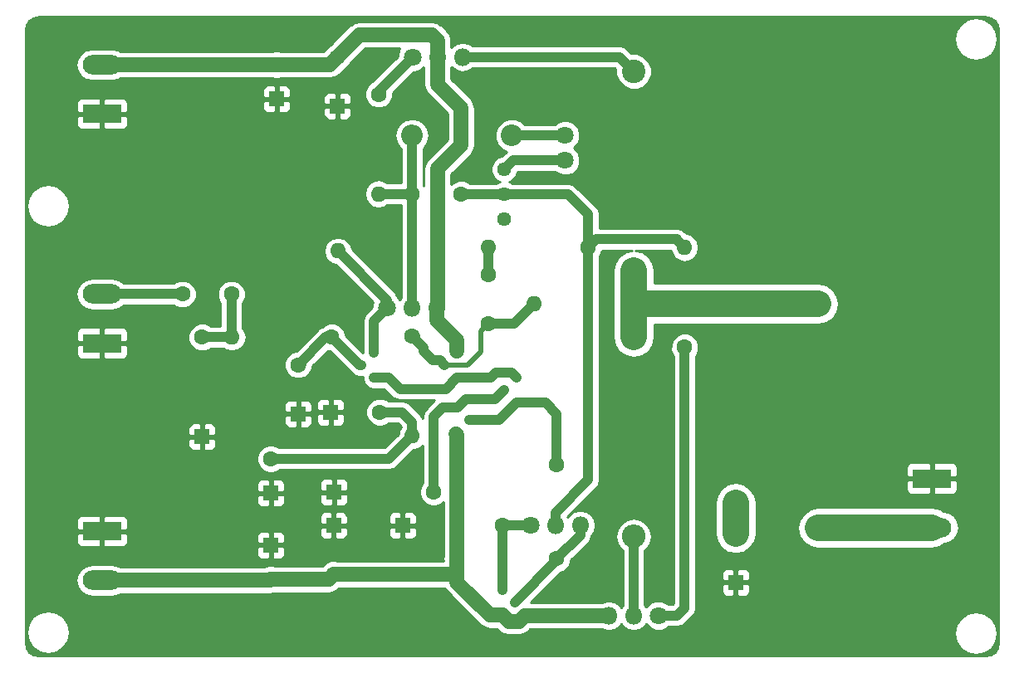
<source format=gbr>
G04 #@! TF.FileFunction,Copper,L2,Bot,Signal*
%FSLAX46Y46*%
G04 Gerber Fmt 4.6, Leading zero omitted, Abs format (unit mm)*
G04 Created by KiCad (PCBNEW 4.0.6) date 06/17/17 10:40:26*
%MOMM*%
%LPD*%
G01*
G04 APERTURE LIST*
%ADD10C,0.100000*%
%ADD11C,1.600000*%
%ADD12R,1.600000X1.600000*%
%ADD13C,2.200000*%
%ADD14O,2.200000X2.200000*%
%ADD15C,1.800000*%
%ADD16O,3.960000X1.980000*%
%ADD17R,3.960000X1.980000*%
%ADD18C,1.000000*%
%ADD19O,1.800000X1.800000*%
%ADD20O,1.600000X1.600000*%
%ADD21C,1.440000*%
%ADD22C,2.400000*%
%ADD23O,2.400000X2.400000*%
%ADD24C,1.000000*%
%ADD25C,0.500000*%
%ADD26C,1.500000*%
%ADD27C,2.750000*%
%ADD28C,0.254000*%
G04 APERTURE END LIST*
D10*
D11*
X95000000Y-88800000D03*
X90000000Y-88800000D03*
X101800000Y-96000000D03*
D12*
X101800000Y-101000000D03*
D11*
X99000000Y-105600000D03*
D12*
X99000000Y-109100000D03*
D11*
X110100800Y-100848400D03*
D12*
X105100800Y-100848400D03*
D11*
X121200000Y-91800000D03*
X121200000Y-86800000D03*
X113400000Y-78600000D03*
X118400000Y-78600000D03*
X99600000Y-65400000D03*
D12*
X99600000Y-68900000D03*
D11*
X105800000Y-64600000D03*
D12*
X105800000Y-69600000D03*
D11*
X146400000Y-113200000D03*
D12*
X146400000Y-118200000D03*
X99000000Y-114400000D03*
D11*
X99000000Y-117900000D03*
X105400000Y-117400000D03*
D12*
X105400000Y-112400000D03*
D13*
X123560000Y-72600000D03*
D14*
X113400000Y-72600000D03*
D15*
X129000000Y-75140000D03*
X129000000Y-72600000D03*
D16*
X81800000Y-88800000D03*
D17*
X81800000Y-93800000D03*
D16*
X166400000Y-112600000D03*
D17*
X166400000Y-107600000D03*
D16*
X81800000Y-65400000D03*
D17*
X81800000Y-70400000D03*
X81800000Y-113000000D03*
D16*
X81800000Y-118000000D03*
D18*
X108250400Y-96070000D03*
X109520400Y-94800000D03*
X109520400Y-97340000D03*
X116730000Y-96070000D03*
X118000000Y-94800000D03*
X118000000Y-97340000D03*
X119270000Y-101661200D03*
X118000000Y-102931200D03*
X118000000Y-100391200D03*
X122800000Y-98600000D03*
X124070000Y-97330000D03*
X124070000Y-99870000D03*
X123870000Y-120270000D03*
X122600000Y-121540000D03*
X122600000Y-119000000D03*
D15*
X125460000Y-112400000D03*
D19*
X128000000Y-112400000D03*
X130540000Y-112400000D03*
D15*
X110860000Y-90200000D03*
D19*
X113400000Y-90200000D03*
X115940000Y-90200000D03*
D15*
X113460000Y-64600000D03*
D19*
X116000000Y-64600000D03*
X118540000Y-64600000D03*
D15*
X138540000Y-121600000D03*
D19*
X136000000Y-121600000D03*
X133460000Y-121600000D03*
D11*
X92000000Y-93200000D03*
D12*
X92000000Y-103360000D03*
D11*
X105200000Y-93200000D03*
D20*
X95040000Y-93200000D03*
D11*
X115600000Y-109000000D03*
D12*
X105440000Y-109000000D03*
D11*
X116000000Y-84400000D03*
D20*
X105840000Y-84400000D03*
D11*
X128160000Y-106200000D03*
D20*
X118000000Y-106200000D03*
D11*
X113400000Y-93100000D03*
D20*
X113400000Y-103260000D03*
D11*
X122600000Y-112400000D03*
D12*
X112440000Y-112400000D03*
D11*
X136000000Y-89800000D03*
D20*
X125840000Y-89800000D03*
D11*
X131360000Y-84000000D03*
D20*
X121200000Y-84000000D03*
D21*
X122800000Y-81140000D03*
X122800000Y-78600000D03*
X122800000Y-76060000D03*
D11*
X128160000Y-115800000D03*
D20*
X118000000Y-115800000D03*
D11*
X110000000Y-68400000D03*
D20*
X110000000Y-78560000D03*
D11*
X141200000Y-94200000D03*
D20*
X141200000Y-84040000D03*
D22*
X136000000Y-66080000D03*
D23*
X136000000Y-86400000D03*
D22*
X136000000Y-93200000D03*
D23*
X136000000Y-113520000D03*
D22*
X146400000Y-89800000D03*
D23*
X146400000Y-110120000D03*
D22*
X154800000Y-112660000D03*
D23*
X154800000Y-89800000D03*
D24*
X95040000Y-93200000D02*
X92000000Y-93200000D01*
X95000000Y-88800000D02*
X95000000Y-93160000D01*
X95000000Y-93160000D02*
X95040000Y-93200000D01*
X90000000Y-88800000D02*
X81800000Y-88800000D01*
X105200000Y-93200000D02*
X104600000Y-93200000D01*
X104600000Y-93200000D02*
X101800000Y-96000000D01*
X108250400Y-96070000D02*
X108070000Y-96070000D01*
X108070000Y-96070000D02*
X105200000Y-93200000D01*
D25*
X101800000Y-96000000D02*
X102400000Y-96000000D01*
D24*
X113400000Y-103260000D02*
X113400000Y-101848400D01*
X113400000Y-101848400D02*
X112400000Y-100848400D01*
X112400000Y-100848400D02*
X110100800Y-100848400D01*
X99000000Y-105600000D02*
X111060000Y-105600000D01*
X111060000Y-105600000D02*
X113400000Y-103260000D01*
D25*
X121200000Y-91800000D02*
X120400001Y-92599999D01*
X120400001Y-92599999D02*
X120400001Y-94699999D01*
X120400001Y-94699999D02*
X119030000Y-96070000D01*
X119030000Y-96070000D02*
X117437106Y-96070000D01*
X117437106Y-96070000D02*
X116730000Y-96070000D01*
D24*
X113400000Y-93100000D02*
X114599999Y-94299999D01*
X114599999Y-94299999D02*
X114599999Y-94628001D01*
X114599999Y-94628001D02*
X115541999Y-95570001D01*
X115541999Y-95570001D02*
X116230001Y-95570001D01*
X116230001Y-95570001D02*
X116730000Y-96070000D01*
X113400000Y-93100000D02*
X113760000Y-93100000D01*
X121200000Y-91800000D02*
X123840000Y-91800000D01*
X123840000Y-91800000D02*
X125840000Y-89800000D01*
X121200000Y-84000000D02*
X121200000Y-86800000D01*
X113400000Y-78600000D02*
X113400000Y-79731370D01*
X113400000Y-79731370D02*
X113400000Y-90200000D01*
X110000000Y-78560000D02*
X113360000Y-78560000D01*
X113360000Y-78560000D02*
X113400000Y-78600000D01*
X113400000Y-72600000D02*
X113400000Y-78600000D01*
X122800000Y-78600000D02*
X118400000Y-78600000D01*
X129300000Y-78600000D02*
X122800000Y-78600000D01*
X131360000Y-84000000D02*
X131360000Y-80660000D01*
X131360000Y-80660000D02*
X129300000Y-78600000D01*
X131360000Y-84000000D02*
X132159999Y-83200001D01*
X140360001Y-83200001D02*
X140400001Y-83240001D01*
X132159999Y-83200001D02*
X140360001Y-83200001D01*
X140400001Y-83240001D02*
X141200000Y-84040000D01*
X128000000Y-112400000D02*
X128000000Y-111127208D01*
X128000000Y-111127208D02*
X131360000Y-107767208D01*
X131360000Y-107767208D02*
X131360000Y-85131370D01*
X131360000Y-85131370D02*
X131360000Y-84000000D01*
D25*
X140360001Y-83200001D02*
X141200000Y-84040000D01*
D26*
X115940000Y-90200000D02*
X115940000Y-91472792D01*
X118000000Y-93532792D02*
X118000000Y-94601998D01*
X115940000Y-91472792D02*
X118000000Y-93532792D01*
X116000000Y-84400000D02*
X116000000Y-90140000D01*
X116000000Y-90140000D02*
X115940000Y-90200000D01*
X116000000Y-76000000D02*
X116000000Y-84400000D01*
X118400000Y-73600000D02*
X116000000Y-76000000D01*
X118400000Y-69800000D02*
X118400000Y-73600000D01*
X116000000Y-64600000D02*
X116000000Y-67400000D01*
X116000000Y-67400000D02*
X118400000Y-69800000D01*
X116000000Y-64600000D02*
X116000000Y-62909998D01*
X116000000Y-62909998D02*
X115440001Y-62349999D01*
X115440001Y-62349999D02*
X108050001Y-62349999D01*
X106599999Y-63800001D02*
X105800000Y-64600000D01*
X108050001Y-62349999D02*
X106599999Y-63800001D01*
X99600000Y-65400000D02*
X105000000Y-65400000D01*
X105000000Y-65400000D02*
X105800000Y-64600000D01*
X81800000Y-65400000D02*
X99600000Y-65400000D01*
D27*
X146400000Y-113200000D02*
X146400000Y-110120000D01*
D24*
X123560000Y-72600000D02*
X129000000Y-72600000D01*
X129000000Y-75140000D02*
X123720000Y-75140000D01*
X123720000Y-75140000D02*
X122800000Y-76060000D01*
D27*
X154800000Y-112660000D02*
X166340000Y-112660000D01*
X166340000Y-112660000D02*
X166400000Y-112600000D01*
D24*
X109520400Y-91539600D02*
X109520400Y-94800000D01*
X110860000Y-90200000D02*
X109520400Y-91539600D01*
X110860000Y-90200000D02*
X110860000Y-89420000D01*
X110860000Y-89420000D02*
X105840000Y-84400000D01*
X121460000Y-97340000D02*
X121969999Y-96830001D01*
X121969999Y-96830001D02*
X123570001Y-96830001D01*
X123570001Y-96830001D02*
X124070000Y-97330000D01*
X118000000Y-97340000D02*
X121460000Y-97340000D01*
X112180400Y-98500000D02*
X116840000Y-98500000D01*
X116840000Y-98500000D02*
X118000000Y-97340000D01*
X109520400Y-97340000D02*
X111020400Y-97340000D01*
X111020400Y-97340000D02*
X112180400Y-98500000D01*
X117969999Y-97370001D02*
X118000000Y-97340000D01*
X124070000Y-99870000D02*
X122278800Y-101661200D01*
X122278800Y-101661200D02*
X119270000Y-101661200D01*
X128160000Y-101000000D02*
X128160000Y-106200000D01*
X124070000Y-99870000D02*
X127030000Y-99870000D01*
X127030000Y-99870000D02*
X128160000Y-101000000D01*
X118900000Y-99500000D02*
X121900000Y-99500000D01*
X121900000Y-99500000D02*
X122800000Y-98600000D01*
X118008800Y-100391200D02*
X118900000Y-99500000D01*
X118000000Y-100391200D02*
X116500000Y-100391200D01*
X116500000Y-100391200D02*
X115600000Y-101291200D01*
X115600000Y-101291200D02*
X115600000Y-107868630D01*
X115600000Y-107868630D02*
X115600000Y-109000000D01*
X128160000Y-115800000D02*
X128160000Y-115980000D01*
X128160000Y-115980000D02*
X123870000Y-120270000D01*
X130540000Y-112400000D02*
X130540000Y-113420000D01*
X130540000Y-113420000D02*
X128160000Y-115800000D01*
X122600000Y-112400000D02*
X125460000Y-112400000D01*
X122600000Y-119000000D02*
X122600000Y-112400000D01*
X110000000Y-68400000D02*
X110000000Y-68060000D01*
X110000000Y-68060000D02*
X113460000Y-64600000D01*
X118540000Y-64600000D02*
X134520000Y-64600000D01*
X134520000Y-64600000D02*
X136000000Y-66080000D01*
X141200000Y-94200000D02*
X141200000Y-120840000D01*
X141200000Y-120840000D02*
X140440000Y-121600000D01*
X140440000Y-121600000D02*
X138540000Y-121600000D01*
X136000000Y-113520000D02*
X136000000Y-121600000D01*
D27*
X136000000Y-86400000D02*
X136000000Y-89800000D01*
X136000000Y-93200000D02*
X136000000Y-89800000D01*
X146400000Y-89800000D02*
X136000000Y-89800000D01*
X154800000Y-89800000D02*
X146400000Y-89800000D01*
D26*
X124273466Y-122200000D02*
X123260000Y-122200000D01*
X123260000Y-122200000D02*
X122600000Y-121540000D01*
X124873466Y-121600000D02*
X133460000Y-121600000D01*
X124273466Y-122200000D02*
X124873466Y-121600000D01*
X118000000Y-118200000D02*
X121340000Y-121540000D01*
X121340000Y-121540000D02*
X122600000Y-121540000D01*
X118000000Y-115800000D02*
X118000000Y-106200000D01*
X118000000Y-117300000D02*
X118000000Y-118200000D01*
X118000000Y-115800000D02*
X118000000Y-117300000D01*
X118000000Y-117300000D02*
X117900000Y-117400000D01*
X118000000Y-106200000D02*
X118000000Y-103129202D01*
X118000000Y-103129202D02*
X117900999Y-103030201D01*
X105400000Y-117400000D02*
X117900000Y-117400000D01*
X99000000Y-117900000D02*
X104900000Y-117900000D01*
X104900000Y-117900000D02*
X105400000Y-117400000D01*
X81800000Y-118000000D02*
X98900000Y-118000000D01*
X98900000Y-118000000D02*
X99000000Y-117900000D01*
D28*
G36*
X172388338Y-60621046D02*
X172802333Y-60897669D01*
X173078953Y-61311660D01*
X173190000Y-61869931D01*
X173190000Y-124330069D01*
X173078953Y-124888340D01*
X172802333Y-125302331D01*
X172388338Y-125578954D01*
X171830069Y-125690000D01*
X75369931Y-125690000D01*
X74811660Y-125578953D01*
X74397669Y-125302333D01*
X74121046Y-124888338D01*
X74010000Y-124330069D01*
X74010000Y-123300000D01*
X74086670Y-123300000D01*
X74255150Y-124147005D01*
X74734939Y-124865061D01*
X75452995Y-125344850D01*
X76300000Y-125513330D01*
X77147005Y-125344850D01*
X77865061Y-124865061D01*
X78344850Y-124147005D01*
X78513330Y-123300000D01*
X78344850Y-122452995D01*
X77865061Y-121734939D01*
X77147005Y-121255150D01*
X76300000Y-121086670D01*
X75452995Y-121255150D01*
X74734939Y-121734939D01*
X74255150Y-122452995D01*
X74086670Y-123300000D01*
X74010000Y-123300000D01*
X74010000Y-114685750D01*
X97565000Y-114685750D01*
X97565000Y-115326309D01*
X97661673Y-115559698D01*
X97840301Y-115738327D01*
X98073690Y-115835000D01*
X98714250Y-115835000D01*
X98873000Y-115676250D01*
X98873000Y-114527000D01*
X99127000Y-114527000D01*
X99127000Y-115676250D01*
X99285750Y-115835000D01*
X99926310Y-115835000D01*
X100159699Y-115738327D01*
X100338327Y-115559698D01*
X100435000Y-115326309D01*
X100435000Y-114685750D01*
X100276250Y-114527000D01*
X99127000Y-114527000D01*
X98873000Y-114527000D01*
X97723750Y-114527000D01*
X97565000Y-114685750D01*
X74010000Y-114685750D01*
X74010000Y-113285750D01*
X79185000Y-113285750D01*
X79185000Y-114116309D01*
X79281673Y-114349698D01*
X79460301Y-114528327D01*
X79693690Y-114625000D01*
X81514250Y-114625000D01*
X81673000Y-114466250D01*
X81673000Y-113127000D01*
X81927000Y-113127000D01*
X81927000Y-114466250D01*
X82085750Y-114625000D01*
X83906310Y-114625000D01*
X84139699Y-114528327D01*
X84318327Y-114349698D01*
X84415000Y-114116309D01*
X84415000Y-113473691D01*
X97565000Y-113473691D01*
X97565000Y-114114250D01*
X97723750Y-114273000D01*
X98873000Y-114273000D01*
X98873000Y-113123750D01*
X99127000Y-113123750D01*
X99127000Y-114273000D01*
X100276250Y-114273000D01*
X100435000Y-114114250D01*
X100435000Y-113473691D01*
X100338327Y-113240302D01*
X100159699Y-113061673D01*
X99926310Y-112965000D01*
X99285750Y-112965000D01*
X99127000Y-113123750D01*
X98873000Y-113123750D01*
X98714250Y-112965000D01*
X98073690Y-112965000D01*
X97840301Y-113061673D01*
X97661673Y-113240302D01*
X97565000Y-113473691D01*
X84415000Y-113473691D01*
X84415000Y-113285750D01*
X84256250Y-113127000D01*
X81927000Y-113127000D01*
X81673000Y-113127000D01*
X79343750Y-113127000D01*
X79185000Y-113285750D01*
X74010000Y-113285750D01*
X74010000Y-111883691D01*
X79185000Y-111883691D01*
X79185000Y-112714250D01*
X79343750Y-112873000D01*
X81673000Y-112873000D01*
X81673000Y-111533750D01*
X81927000Y-111533750D01*
X81927000Y-112873000D01*
X84256250Y-112873000D01*
X84415000Y-112714250D01*
X84415000Y-112685750D01*
X103965000Y-112685750D01*
X103965000Y-113326309D01*
X104061673Y-113559698D01*
X104240301Y-113738327D01*
X104473690Y-113835000D01*
X105114250Y-113835000D01*
X105273000Y-113676250D01*
X105273000Y-112527000D01*
X105527000Y-112527000D01*
X105527000Y-113676250D01*
X105685750Y-113835000D01*
X106326310Y-113835000D01*
X106559699Y-113738327D01*
X106738327Y-113559698D01*
X106835000Y-113326309D01*
X106835000Y-112685750D01*
X111005000Y-112685750D01*
X111005000Y-113326310D01*
X111101673Y-113559699D01*
X111280302Y-113738327D01*
X111513691Y-113835000D01*
X112154250Y-113835000D01*
X112313000Y-113676250D01*
X112313000Y-112527000D01*
X112567000Y-112527000D01*
X112567000Y-113676250D01*
X112725750Y-113835000D01*
X113366309Y-113835000D01*
X113599698Y-113738327D01*
X113778327Y-113559699D01*
X113875000Y-113326310D01*
X113875000Y-112685750D01*
X113716250Y-112527000D01*
X112567000Y-112527000D01*
X112313000Y-112527000D01*
X111163750Y-112527000D01*
X111005000Y-112685750D01*
X106835000Y-112685750D01*
X106676250Y-112527000D01*
X105527000Y-112527000D01*
X105273000Y-112527000D01*
X104123750Y-112527000D01*
X103965000Y-112685750D01*
X84415000Y-112685750D01*
X84415000Y-111883691D01*
X84318327Y-111650302D01*
X84141717Y-111473691D01*
X103965000Y-111473691D01*
X103965000Y-112114250D01*
X104123750Y-112273000D01*
X105273000Y-112273000D01*
X105273000Y-111123750D01*
X105527000Y-111123750D01*
X105527000Y-112273000D01*
X106676250Y-112273000D01*
X106835000Y-112114250D01*
X106835000Y-111473691D01*
X106835000Y-111473690D01*
X111005000Y-111473690D01*
X111005000Y-112114250D01*
X111163750Y-112273000D01*
X112313000Y-112273000D01*
X112313000Y-111123750D01*
X112567000Y-111123750D01*
X112567000Y-112273000D01*
X113716250Y-112273000D01*
X113875000Y-112114250D01*
X113875000Y-111473690D01*
X113778327Y-111240301D01*
X113599698Y-111061673D01*
X113366309Y-110965000D01*
X112725750Y-110965000D01*
X112567000Y-111123750D01*
X112313000Y-111123750D01*
X112154250Y-110965000D01*
X111513691Y-110965000D01*
X111280302Y-111061673D01*
X111101673Y-111240301D01*
X111005000Y-111473690D01*
X106835000Y-111473690D01*
X106738327Y-111240302D01*
X106559699Y-111061673D01*
X106326310Y-110965000D01*
X105685750Y-110965000D01*
X105527000Y-111123750D01*
X105273000Y-111123750D01*
X105114250Y-110965000D01*
X104473690Y-110965000D01*
X104240301Y-111061673D01*
X104061673Y-111240302D01*
X103965000Y-111473691D01*
X84141717Y-111473691D01*
X84139699Y-111471673D01*
X83906310Y-111375000D01*
X82085750Y-111375000D01*
X81927000Y-111533750D01*
X81673000Y-111533750D01*
X81514250Y-111375000D01*
X79693690Y-111375000D01*
X79460301Y-111471673D01*
X79281673Y-111650302D01*
X79185000Y-111883691D01*
X74010000Y-111883691D01*
X74010000Y-109385750D01*
X97565000Y-109385750D01*
X97565000Y-110026309D01*
X97661673Y-110259698D01*
X97840301Y-110438327D01*
X98073690Y-110535000D01*
X98714250Y-110535000D01*
X98873000Y-110376250D01*
X98873000Y-109227000D01*
X99127000Y-109227000D01*
X99127000Y-110376250D01*
X99285750Y-110535000D01*
X99926310Y-110535000D01*
X100159699Y-110438327D01*
X100338327Y-110259698D01*
X100435000Y-110026309D01*
X100435000Y-109385750D01*
X100335000Y-109285750D01*
X104005000Y-109285750D01*
X104005000Y-109926310D01*
X104101673Y-110159699D01*
X104280302Y-110338327D01*
X104513691Y-110435000D01*
X105154250Y-110435000D01*
X105313000Y-110276250D01*
X105313000Y-109127000D01*
X105567000Y-109127000D01*
X105567000Y-110276250D01*
X105725750Y-110435000D01*
X106366309Y-110435000D01*
X106599698Y-110338327D01*
X106778327Y-110159699D01*
X106875000Y-109926310D01*
X106875000Y-109285750D01*
X106716250Y-109127000D01*
X105567000Y-109127000D01*
X105313000Y-109127000D01*
X104163750Y-109127000D01*
X104005000Y-109285750D01*
X100335000Y-109285750D01*
X100276250Y-109227000D01*
X99127000Y-109227000D01*
X98873000Y-109227000D01*
X97723750Y-109227000D01*
X97565000Y-109385750D01*
X74010000Y-109385750D01*
X74010000Y-108173691D01*
X97565000Y-108173691D01*
X97565000Y-108814250D01*
X97723750Y-108973000D01*
X98873000Y-108973000D01*
X98873000Y-107823750D01*
X99127000Y-107823750D01*
X99127000Y-108973000D01*
X100276250Y-108973000D01*
X100435000Y-108814250D01*
X100435000Y-108173691D01*
X100393579Y-108073690D01*
X104005000Y-108073690D01*
X104005000Y-108714250D01*
X104163750Y-108873000D01*
X105313000Y-108873000D01*
X105313000Y-107723750D01*
X105567000Y-107723750D01*
X105567000Y-108873000D01*
X106716250Y-108873000D01*
X106875000Y-108714250D01*
X106875000Y-108073690D01*
X106778327Y-107840301D01*
X106599698Y-107661673D01*
X106366309Y-107565000D01*
X105725750Y-107565000D01*
X105567000Y-107723750D01*
X105313000Y-107723750D01*
X105154250Y-107565000D01*
X104513691Y-107565000D01*
X104280302Y-107661673D01*
X104101673Y-107840301D01*
X104005000Y-108073690D01*
X100393579Y-108073690D01*
X100338327Y-107940302D01*
X100159699Y-107761673D01*
X99926310Y-107665000D01*
X99285750Y-107665000D01*
X99127000Y-107823750D01*
X98873000Y-107823750D01*
X98714250Y-107665000D01*
X98073690Y-107665000D01*
X97840301Y-107761673D01*
X97661673Y-107940302D01*
X97565000Y-108173691D01*
X74010000Y-108173691D01*
X74010000Y-103645750D01*
X90565000Y-103645750D01*
X90565000Y-104286309D01*
X90661673Y-104519698D01*
X90840301Y-104698327D01*
X91073690Y-104795000D01*
X91714250Y-104795000D01*
X91873000Y-104636250D01*
X91873000Y-103487000D01*
X92127000Y-103487000D01*
X92127000Y-104636250D01*
X92285750Y-104795000D01*
X92926310Y-104795000D01*
X93159699Y-104698327D01*
X93338327Y-104519698D01*
X93435000Y-104286309D01*
X93435000Y-103645750D01*
X93276250Y-103487000D01*
X92127000Y-103487000D01*
X91873000Y-103487000D01*
X90723750Y-103487000D01*
X90565000Y-103645750D01*
X74010000Y-103645750D01*
X74010000Y-102433691D01*
X90565000Y-102433691D01*
X90565000Y-103074250D01*
X90723750Y-103233000D01*
X91873000Y-103233000D01*
X91873000Y-102083750D01*
X92127000Y-102083750D01*
X92127000Y-103233000D01*
X93276250Y-103233000D01*
X93435000Y-103074250D01*
X93435000Y-102433691D01*
X93338327Y-102200302D01*
X93159699Y-102021673D01*
X92926310Y-101925000D01*
X92285750Y-101925000D01*
X92127000Y-102083750D01*
X91873000Y-102083750D01*
X91714250Y-101925000D01*
X91073690Y-101925000D01*
X90840301Y-102021673D01*
X90661673Y-102200302D01*
X90565000Y-102433691D01*
X74010000Y-102433691D01*
X74010000Y-101285750D01*
X100365000Y-101285750D01*
X100365000Y-101926309D01*
X100461673Y-102159698D01*
X100640301Y-102338327D01*
X100873690Y-102435000D01*
X101514250Y-102435000D01*
X101673000Y-102276250D01*
X101673000Y-101127000D01*
X101927000Y-101127000D01*
X101927000Y-102276250D01*
X102085750Y-102435000D01*
X102726310Y-102435000D01*
X102959699Y-102338327D01*
X103138327Y-102159698D01*
X103235000Y-101926309D01*
X103235000Y-101285750D01*
X103083400Y-101134150D01*
X103665800Y-101134150D01*
X103665800Y-101774710D01*
X103762473Y-102008099D01*
X103941102Y-102186727D01*
X104174491Y-102283400D01*
X104815050Y-102283400D01*
X104973800Y-102124650D01*
X104973800Y-100975400D01*
X105227800Y-100975400D01*
X105227800Y-102124650D01*
X105386550Y-102283400D01*
X106027109Y-102283400D01*
X106260498Y-102186727D01*
X106439127Y-102008099D01*
X106535800Y-101774710D01*
X106535800Y-101134150D01*
X106377050Y-100975400D01*
X105227800Y-100975400D01*
X104973800Y-100975400D01*
X103824550Y-100975400D01*
X103665800Y-101134150D01*
X103083400Y-101134150D01*
X103076250Y-101127000D01*
X101927000Y-101127000D01*
X101673000Y-101127000D01*
X100523750Y-101127000D01*
X100365000Y-101285750D01*
X74010000Y-101285750D01*
X74010000Y-100073691D01*
X100365000Y-100073691D01*
X100365000Y-100714250D01*
X100523750Y-100873000D01*
X101673000Y-100873000D01*
X101673000Y-99723750D01*
X101927000Y-99723750D01*
X101927000Y-100873000D01*
X103076250Y-100873000D01*
X103235000Y-100714250D01*
X103235000Y-100073691D01*
X103172205Y-99922090D01*
X103665800Y-99922090D01*
X103665800Y-100562650D01*
X103824550Y-100721400D01*
X104973800Y-100721400D01*
X104973800Y-99572150D01*
X105227800Y-99572150D01*
X105227800Y-100721400D01*
X106377050Y-100721400D01*
X106535800Y-100562650D01*
X106535800Y-99922090D01*
X106439127Y-99688701D01*
X106260498Y-99510073D01*
X106027109Y-99413400D01*
X105386550Y-99413400D01*
X105227800Y-99572150D01*
X104973800Y-99572150D01*
X104815050Y-99413400D01*
X104174491Y-99413400D01*
X103941102Y-99510073D01*
X103762473Y-99688701D01*
X103665800Y-99922090D01*
X103172205Y-99922090D01*
X103138327Y-99840302D01*
X102959699Y-99661673D01*
X102726310Y-99565000D01*
X102085750Y-99565000D01*
X101927000Y-99723750D01*
X101673000Y-99723750D01*
X101514250Y-99565000D01*
X100873690Y-99565000D01*
X100640301Y-99661673D01*
X100461673Y-99840302D01*
X100365000Y-100073691D01*
X74010000Y-100073691D01*
X74010000Y-94085750D01*
X79185000Y-94085750D01*
X79185000Y-94916309D01*
X79281673Y-95149698D01*
X79460301Y-95328327D01*
X79693690Y-95425000D01*
X81514250Y-95425000D01*
X81673000Y-95266250D01*
X81673000Y-93927000D01*
X81927000Y-93927000D01*
X81927000Y-95266250D01*
X82085750Y-95425000D01*
X83906310Y-95425000D01*
X84139699Y-95328327D01*
X84318327Y-95149698D01*
X84415000Y-94916309D01*
X84415000Y-94085750D01*
X84256250Y-93927000D01*
X81927000Y-93927000D01*
X81673000Y-93927000D01*
X79343750Y-93927000D01*
X79185000Y-94085750D01*
X74010000Y-94085750D01*
X74010000Y-92683691D01*
X79185000Y-92683691D01*
X79185000Y-93514250D01*
X79343750Y-93673000D01*
X81673000Y-93673000D01*
X81673000Y-92333750D01*
X81927000Y-92333750D01*
X81927000Y-93673000D01*
X84256250Y-93673000D01*
X84415000Y-93514250D01*
X84415000Y-93484187D01*
X90564752Y-93484187D01*
X90782757Y-94011800D01*
X91186077Y-94415824D01*
X91713309Y-94634750D01*
X92284187Y-94635248D01*
X92811800Y-94417243D01*
X92894187Y-94335000D01*
X94177233Y-94335000D01*
X94462736Y-94525767D01*
X95011887Y-94635000D01*
X95068113Y-94635000D01*
X95617264Y-94525767D01*
X96082811Y-94214698D01*
X96393880Y-93749151D01*
X96503113Y-93200000D01*
X96393880Y-92650849D01*
X96135000Y-92263408D01*
X96135000Y-89694606D01*
X96215824Y-89613923D01*
X96434750Y-89086691D01*
X96435248Y-88515813D01*
X96217243Y-87988200D01*
X95813923Y-87584176D01*
X95286691Y-87365250D01*
X94715813Y-87364752D01*
X94188200Y-87582757D01*
X93784176Y-87986077D01*
X93565250Y-88513309D01*
X93564752Y-89084187D01*
X93782757Y-89611800D01*
X93865000Y-89694187D01*
X93865000Y-92065000D01*
X92894606Y-92065000D01*
X92813923Y-91984176D01*
X92286691Y-91765250D01*
X91715813Y-91764752D01*
X91188200Y-91982757D01*
X90784176Y-92386077D01*
X90565250Y-92913309D01*
X90564752Y-93484187D01*
X84415000Y-93484187D01*
X84415000Y-92683691D01*
X84318327Y-92450302D01*
X84139699Y-92271673D01*
X83906310Y-92175000D01*
X82085750Y-92175000D01*
X81927000Y-92333750D01*
X81673000Y-92333750D01*
X81514250Y-92175000D01*
X79693690Y-92175000D01*
X79460301Y-92271673D01*
X79281673Y-92450302D01*
X79185000Y-92683691D01*
X74010000Y-92683691D01*
X74010000Y-88800000D01*
X79133769Y-88800000D01*
X79257465Y-89421861D01*
X79609720Y-89949049D01*
X80136908Y-90301304D01*
X80758769Y-90425000D01*
X82841231Y-90425000D01*
X83463092Y-90301304D01*
X83990280Y-89949049D01*
X83999667Y-89935000D01*
X89105394Y-89935000D01*
X89186077Y-90015824D01*
X89713309Y-90234750D01*
X90284187Y-90235248D01*
X90811800Y-90017243D01*
X91215824Y-89613923D01*
X91434750Y-89086691D01*
X91435248Y-88515813D01*
X91217243Y-87988200D01*
X90813923Y-87584176D01*
X90286691Y-87365250D01*
X89715813Y-87364752D01*
X89188200Y-87582757D01*
X89105813Y-87665000D01*
X83999667Y-87665000D01*
X83990280Y-87650951D01*
X83463092Y-87298696D01*
X82841231Y-87175000D01*
X80758769Y-87175000D01*
X80136908Y-87298696D01*
X79609720Y-87650951D01*
X79257465Y-88178139D01*
X79133769Y-88800000D01*
X74010000Y-88800000D01*
X74010000Y-79800000D01*
X74090000Y-79800000D01*
X74258226Y-80645730D01*
X74737294Y-81362706D01*
X75454270Y-81841774D01*
X76300000Y-82010000D01*
X77145730Y-81841774D01*
X77862706Y-81362706D01*
X78341774Y-80645730D01*
X78510000Y-79800000D01*
X78341774Y-78954270D01*
X77862706Y-78237294D01*
X77145730Y-77758226D01*
X76300000Y-77590000D01*
X75454270Y-77758226D01*
X74737294Y-78237294D01*
X74258226Y-78954270D01*
X74090000Y-79800000D01*
X74010000Y-79800000D01*
X74010000Y-70685750D01*
X79185000Y-70685750D01*
X79185000Y-71516309D01*
X79281673Y-71749698D01*
X79460301Y-71928327D01*
X79693690Y-72025000D01*
X81514250Y-72025000D01*
X81673000Y-71866250D01*
X81673000Y-70527000D01*
X81927000Y-70527000D01*
X81927000Y-71866250D01*
X82085750Y-72025000D01*
X83906310Y-72025000D01*
X84139699Y-71928327D01*
X84318327Y-71749698D01*
X84415000Y-71516309D01*
X84415000Y-70685750D01*
X84256250Y-70527000D01*
X81927000Y-70527000D01*
X81673000Y-70527000D01*
X79343750Y-70527000D01*
X79185000Y-70685750D01*
X74010000Y-70685750D01*
X74010000Y-69283691D01*
X79185000Y-69283691D01*
X79185000Y-70114250D01*
X79343750Y-70273000D01*
X81673000Y-70273000D01*
X81673000Y-68933750D01*
X81927000Y-68933750D01*
X81927000Y-70273000D01*
X84256250Y-70273000D01*
X84415000Y-70114250D01*
X84415000Y-69283691D01*
X84374432Y-69185750D01*
X98165000Y-69185750D01*
X98165000Y-69826309D01*
X98261673Y-70059698D01*
X98440301Y-70238327D01*
X98673690Y-70335000D01*
X99314250Y-70335000D01*
X99473000Y-70176250D01*
X99473000Y-69027000D01*
X99727000Y-69027000D01*
X99727000Y-70176250D01*
X99885750Y-70335000D01*
X100526310Y-70335000D01*
X100759699Y-70238327D01*
X100938327Y-70059698D01*
X101010378Y-69885750D01*
X104365000Y-69885750D01*
X104365000Y-70526309D01*
X104461673Y-70759698D01*
X104640301Y-70938327D01*
X104873690Y-71035000D01*
X105514250Y-71035000D01*
X105673000Y-70876250D01*
X105673000Y-69727000D01*
X105927000Y-69727000D01*
X105927000Y-70876250D01*
X106085750Y-71035000D01*
X106726310Y-71035000D01*
X106959699Y-70938327D01*
X107138327Y-70759698D01*
X107235000Y-70526309D01*
X107235000Y-69885750D01*
X107076250Y-69727000D01*
X105927000Y-69727000D01*
X105673000Y-69727000D01*
X104523750Y-69727000D01*
X104365000Y-69885750D01*
X101010378Y-69885750D01*
X101035000Y-69826309D01*
X101035000Y-69185750D01*
X100876250Y-69027000D01*
X99727000Y-69027000D01*
X99473000Y-69027000D01*
X98323750Y-69027000D01*
X98165000Y-69185750D01*
X84374432Y-69185750D01*
X84318327Y-69050302D01*
X84139699Y-68871673D01*
X83906310Y-68775000D01*
X82085750Y-68775000D01*
X81927000Y-68933750D01*
X81673000Y-68933750D01*
X81514250Y-68775000D01*
X79693690Y-68775000D01*
X79460301Y-68871673D01*
X79281673Y-69050302D01*
X79185000Y-69283691D01*
X74010000Y-69283691D01*
X74010000Y-67973691D01*
X98165000Y-67973691D01*
X98165000Y-68614250D01*
X98323750Y-68773000D01*
X99473000Y-68773000D01*
X99473000Y-67623750D01*
X99727000Y-67623750D01*
X99727000Y-68773000D01*
X100876250Y-68773000D01*
X100975559Y-68673691D01*
X104365000Y-68673691D01*
X104365000Y-69314250D01*
X104523750Y-69473000D01*
X105673000Y-69473000D01*
X105673000Y-68323750D01*
X105927000Y-68323750D01*
X105927000Y-69473000D01*
X107076250Y-69473000D01*
X107235000Y-69314250D01*
X107235000Y-68673691D01*
X107138327Y-68440302D01*
X106959699Y-68261673D01*
X106726310Y-68165000D01*
X106085750Y-68165000D01*
X105927000Y-68323750D01*
X105673000Y-68323750D01*
X105514250Y-68165000D01*
X104873690Y-68165000D01*
X104640301Y-68261673D01*
X104461673Y-68440302D01*
X104365000Y-68673691D01*
X100975559Y-68673691D01*
X101035000Y-68614250D01*
X101035000Y-67973691D01*
X100938327Y-67740302D01*
X100759699Y-67561673D01*
X100526310Y-67465000D01*
X99885750Y-67465000D01*
X99727000Y-67623750D01*
X99473000Y-67623750D01*
X99314250Y-67465000D01*
X98673690Y-67465000D01*
X98440301Y-67561673D01*
X98261673Y-67740302D01*
X98165000Y-67973691D01*
X74010000Y-67973691D01*
X74010000Y-65400000D01*
X79133769Y-65400000D01*
X79257465Y-66021861D01*
X79609720Y-66549049D01*
X80136908Y-66901304D01*
X80758769Y-67025000D01*
X82841231Y-67025000D01*
X83463092Y-66901304D01*
X83637154Y-66785000D01*
X99193498Y-66785000D01*
X99313309Y-66834750D01*
X99884187Y-66835248D01*
X100005797Y-66785000D01*
X105000000Y-66785000D01*
X105530017Y-66679573D01*
X105979343Y-66379343D01*
X106491902Y-65866784D01*
X106611800Y-65817243D01*
X107015824Y-65413923D01*
X107066284Y-65292402D01*
X108623687Y-63734999D01*
X112157106Y-63734999D01*
X111925267Y-64293330D01*
X111925061Y-64529807D01*
X109331195Y-67123673D01*
X109188200Y-67182757D01*
X108784176Y-67586077D01*
X108565250Y-68113309D01*
X108564752Y-68684187D01*
X108782757Y-69211800D01*
X109186077Y-69615824D01*
X109713309Y-69834750D01*
X110284187Y-69835248D01*
X110811800Y-69617243D01*
X111215824Y-69213923D01*
X111434750Y-68686691D01*
X111435148Y-68229984D01*
X113530071Y-66135061D01*
X113763991Y-66135265D01*
X114328371Y-65902068D01*
X114615000Y-65615940D01*
X114615000Y-67400000D01*
X114720427Y-67930017D01*
X114983511Y-68323750D01*
X115020657Y-68379343D01*
X117015000Y-70373686D01*
X117015000Y-73026314D01*
X115020657Y-75020657D01*
X114720427Y-75469983D01*
X114615000Y-76000000D01*
X114615000Y-77785953D01*
X114535000Y-77705813D01*
X114535000Y-73910901D01*
X114660821Y-73826830D01*
X115036922Y-73263956D01*
X115168991Y-72600000D01*
X115036922Y-71936044D01*
X114660821Y-71373170D01*
X114097947Y-70997069D01*
X113433991Y-70865000D01*
X113366009Y-70865000D01*
X112702053Y-70997069D01*
X112139179Y-71373170D01*
X111763078Y-71936044D01*
X111631009Y-72600000D01*
X111763078Y-73263956D01*
X112139179Y-73826830D01*
X112265000Y-73910901D01*
X112265000Y-77425000D01*
X110876728Y-77425000D01*
X110549151Y-77206120D01*
X110000000Y-77096887D01*
X109450849Y-77206120D01*
X108985302Y-77517189D01*
X108674233Y-77982736D01*
X108565000Y-78531887D01*
X108565000Y-78588113D01*
X108674233Y-79137264D01*
X108985302Y-79602811D01*
X109450849Y-79913880D01*
X110000000Y-80023113D01*
X110549151Y-79913880D01*
X110876728Y-79695000D01*
X112265000Y-79695000D01*
X112265000Y-89143803D01*
X112148548Y-89318086D01*
X111931473Y-89100631D01*
X111908603Y-88985654D01*
X111662566Y-88617434D01*
X107267849Y-84222717D01*
X107193880Y-83850849D01*
X106882811Y-83385302D01*
X106417264Y-83074233D01*
X105868113Y-82965000D01*
X105811887Y-82965000D01*
X105262736Y-83074233D01*
X104797189Y-83385302D01*
X104486120Y-83850849D01*
X104376887Y-84400000D01*
X104486120Y-84949151D01*
X104797189Y-85414698D01*
X105262736Y-85725767D01*
X105634604Y-85799736D01*
X109443489Y-89608621D01*
X109325267Y-89893330D01*
X109325061Y-90129807D01*
X108717834Y-90737034D01*
X108471797Y-91105254D01*
X108385400Y-91539600D01*
X108385400Y-94780268D01*
X106635148Y-93030016D01*
X106635248Y-92915813D01*
X106417243Y-92388200D01*
X106013923Y-91984176D01*
X105486691Y-91765250D01*
X104915813Y-91764752D01*
X104388200Y-91982757D01*
X104232607Y-92138079D01*
X104165654Y-92151397D01*
X103857298Y-92357434D01*
X103797434Y-92397434D01*
X101630016Y-94564852D01*
X101515813Y-94564752D01*
X100988200Y-94782757D01*
X100584176Y-95186077D01*
X100365250Y-95713309D01*
X100364752Y-96284187D01*
X100582757Y-96811800D01*
X100986077Y-97215824D01*
X101513309Y-97434750D01*
X102084187Y-97435248D01*
X102611800Y-97217243D01*
X103015824Y-96813923D01*
X103205828Y-96356342D01*
X103217633Y-96338675D01*
X103221742Y-96318018D01*
X103234750Y-96286691D01*
X103234780Y-96252472D01*
X103255171Y-96149961D01*
X104812317Y-94592815D01*
X104913309Y-94634750D01*
X105029720Y-94634852D01*
X107267434Y-96872566D01*
X107635654Y-97118603D01*
X107981930Y-97187482D01*
X108023644Y-97204803D01*
X108069210Y-97204843D01*
X108070000Y-97205000D01*
X108249409Y-97205000D01*
X108385517Y-97205119D01*
X108385203Y-97564775D01*
X108557633Y-97982086D01*
X108876635Y-98301645D01*
X109293644Y-98474803D01*
X109745175Y-98475197D01*
X109745652Y-98475000D01*
X110550268Y-98475000D01*
X111377834Y-99302566D01*
X111746054Y-99548603D01*
X112180400Y-99635000D01*
X115651068Y-99635000D01*
X114797434Y-100488634D01*
X114551397Y-100856854D01*
X114465000Y-101291200D01*
X114465000Y-101496484D01*
X114448604Y-101414055D01*
X114202567Y-101045834D01*
X113202566Y-100045834D01*
X113185569Y-100034477D01*
X112834346Y-99799797D01*
X112400000Y-99713400D01*
X110995406Y-99713400D01*
X110914723Y-99632576D01*
X110387491Y-99413650D01*
X109816613Y-99413152D01*
X109289000Y-99631157D01*
X108884976Y-100034477D01*
X108666050Y-100561709D01*
X108665552Y-101132587D01*
X108883557Y-101660200D01*
X109286877Y-102064224D01*
X109814109Y-102283150D01*
X110384987Y-102283648D01*
X110912600Y-102065643D01*
X110994987Y-101983400D01*
X111929868Y-101983400D01*
X112265000Y-102318533D01*
X112265000Y-102397233D01*
X112074233Y-102682736D01*
X112000264Y-103054604D01*
X110589868Y-104465000D01*
X99894606Y-104465000D01*
X99813923Y-104384176D01*
X99286691Y-104165250D01*
X98715813Y-104164752D01*
X98188200Y-104382757D01*
X97784176Y-104786077D01*
X97565250Y-105313309D01*
X97564752Y-105884187D01*
X97782757Y-106411800D01*
X98186077Y-106815824D01*
X98713309Y-107034750D01*
X99284187Y-107035248D01*
X99811800Y-106817243D01*
X99894187Y-106735000D01*
X111060000Y-106735000D01*
X111494346Y-106648603D01*
X111862566Y-106402566D01*
X113577283Y-104687849D01*
X113949151Y-104613880D01*
X114414698Y-104302811D01*
X114465000Y-104227529D01*
X114465000Y-108105394D01*
X114384176Y-108186077D01*
X114165250Y-108713309D01*
X114164752Y-109284187D01*
X114382757Y-109811800D01*
X114786077Y-110215824D01*
X115313309Y-110434750D01*
X115884187Y-110435248D01*
X116411800Y-110217243D01*
X116615000Y-110014397D01*
X116615000Y-115407300D01*
X116536887Y-115800000D01*
X116579653Y-116015000D01*
X105806502Y-116015000D01*
X105686691Y-115965250D01*
X105115813Y-115964752D01*
X104588200Y-116182757D01*
X104255377Y-116515000D01*
X99406502Y-116515000D01*
X99286691Y-116465250D01*
X98715813Y-116464752D01*
X98352185Y-116615000D01*
X83637154Y-116615000D01*
X83463092Y-116498696D01*
X82841231Y-116375000D01*
X80758769Y-116375000D01*
X80136908Y-116498696D01*
X79609720Y-116850951D01*
X79257465Y-117378139D01*
X79133769Y-118000000D01*
X79257465Y-118621861D01*
X79609720Y-119149049D01*
X80136908Y-119501304D01*
X80758769Y-119625000D01*
X82841231Y-119625000D01*
X83463092Y-119501304D01*
X83637154Y-119385000D01*
X98900000Y-119385000D01*
X99150705Y-119335132D01*
X99284187Y-119335248D01*
X99405797Y-119285000D01*
X104900000Y-119285000D01*
X105430017Y-119179573D01*
X105879343Y-118879343D01*
X105973686Y-118785000D01*
X116757165Y-118785000D01*
X116900824Y-119000000D01*
X117020657Y-119179343D01*
X120360657Y-122519343D01*
X120809983Y-122819573D01*
X121340000Y-122925000D01*
X122026314Y-122925000D01*
X122280657Y-123179343D01*
X122729983Y-123479573D01*
X123260000Y-123585000D01*
X124273466Y-123585000D01*
X124803483Y-123479573D01*
X124922572Y-123400000D01*
X168690000Y-123400000D01*
X168858226Y-124245730D01*
X169337294Y-124962706D01*
X170054270Y-125441774D01*
X170900000Y-125610000D01*
X171745730Y-125441774D01*
X172462706Y-124962706D01*
X172941774Y-124245730D01*
X173110000Y-123400000D01*
X172941774Y-122554270D01*
X172462706Y-121837294D01*
X171745730Y-121358226D01*
X170900000Y-121190000D01*
X170054270Y-121358226D01*
X169337294Y-121837294D01*
X168858226Y-122554270D01*
X168690000Y-123400000D01*
X124922572Y-123400000D01*
X125252809Y-123179343D01*
X125447152Y-122985000D01*
X132792889Y-122985000D01*
X132842509Y-123018155D01*
X133429928Y-123135000D01*
X133490072Y-123135000D01*
X134077491Y-123018155D01*
X134575481Y-122685409D01*
X134730000Y-122454155D01*
X134884519Y-122685409D01*
X135382509Y-123018155D01*
X135969928Y-123135000D01*
X136030072Y-123135000D01*
X136617491Y-123018155D01*
X137115481Y-122685409D01*
X137251452Y-122481914D01*
X137669357Y-122900551D01*
X138233330Y-123134733D01*
X138843991Y-123135265D01*
X139408371Y-122902068D01*
X139575731Y-122735000D01*
X140440000Y-122735000D01*
X140874346Y-122648603D01*
X141242566Y-122402566D01*
X142002566Y-121642566D01*
X142248603Y-121274346D01*
X142335000Y-120840000D01*
X142335000Y-118485750D01*
X144965000Y-118485750D01*
X144965000Y-119126309D01*
X145061673Y-119359698D01*
X145240301Y-119538327D01*
X145473690Y-119635000D01*
X146114250Y-119635000D01*
X146273000Y-119476250D01*
X146273000Y-118327000D01*
X146527000Y-118327000D01*
X146527000Y-119476250D01*
X146685750Y-119635000D01*
X147326310Y-119635000D01*
X147559699Y-119538327D01*
X147738327Y-119359698D01*
X147835000Y-119126309D01*
X147835000Y-118485750D01*
X147676250Y-118327000D01*
X146527000Y-118327000D01*
X146273000Y-118327000D01*
X145123750Y-118327000D01*
X144965000Y-118485750D01*
X142335000Y-118485750D01*
X142335000Y-117273691D01*
X144965000Y-117273691D01*
X144965000Y-117914250D01*
X145123750Y-118073000D01*
X146273000Y-118073000D01*
X146273000Y-116923750D01*
X146527000Y-116923750D01*
X146527000Y-118073000D01*
X147676250Y-118073000D01*
X147835000Y-117914250D01*
X147835000Y-117273691D01*
X147738327Y-117040302D01*
X147559699Y-116861673D01*
X147326310Y-116765000D01*
X146685750Y-116765000D01*
X146527000Y-116923750D01*
X146273000Y-116923750D01*
X146114250Y-116765000D01*
X145473690Y-116765000D01*
X145240301Y-116861673D01*
X145061673Y-117040302D01*
X144965000Y-117273691D01*
X142335000Y-117273691D01*
X142335000Y-110120000D01*
X144298000Y-110120000D01*
X144298000Y-113200000D01*
X144458005Y-114004401D01*
X144913662Y-114686338D01*
X145595599Y-115141995D01*
X146400000Y-115302000D01*
X147204401Y-115141995D01*
X147886338Y-114686338D01*
X148341995Y-114004401D01*
X148502000Y-113200000D01*
X148502000Y-112660000D01*
X152698000Y-112660000D01*
X152858005Y-113464401D01*
X153313662Y-114146338D01*
X153995599Y-114601995D01*
X154800000Y-114762000D01*
X166340000Y-114762000D01*
X167144401Y-114601995D01*
X167625136Y-114280777D01*
X168100100Y-114186301D01*
X168657135Y-113814102D01*
X169029334Y-113257067D01*
X169160033Y-112600000D01*
X169029334Y-111942933D01*
X168657135Y-111385898D01*
X168100100Y-111013699D01*
X167582712Y-110910784D01*
X167204401Y-110658005D01*
X166400000Y-110498001D01*
X166098363Y-110558000D01*
X154800000Y-110558000D01*
X153995599Y-110718005D01*
X153313662Y-111173662D01*
X152858005Y-111855599D01*
X152698000Y-112660000D01*
X148502000Y-112660000D01*
X148502000Y-110120000D01*
X148341995Y-109315599D01*
X147886338Y-108633662D01*
X147204401Y-108178005D01*
X146400000Y-108018000D01*
X145595599Y-108178005D01*
X144913662Y-108633662D01*
X144458005Y-109315599D01*
X144298000Y-110120000D01*
X142335000Y-110120000D01*
X142335000Y-107885750D01*
X163785000Y-107885750D01*
X163785000Y-108716309D01*
X163881673Y-108949698D01*
X164060301Y-109128327D01*
X164293690Y-109225000D01*
X166114250Y-109225000D01*
X166273000Y-109066250D01*
X166273000Y-107727000D01*
X166527000Y-107727000D01*
X166527000Y-109066250D01*
X166685750Y-109225000D01*
X168506310Y-109225000D01*
X168739699Y-109128327D01*
X168918327Y-108949698D01*
X169015000Y-108716309D01*
X169015000Y-107885750D01*
X168856250Y-107727000D01*
X166527000Y-107727000D01*
X166273000Y-107727000D01*
X163943750Y-107727000D01*
X163785000Y-107885750D01*
X142335000Y-107885750D01*
X142335000Y-106483691D01*
X163785000Y-106483691D01*
X163785000Y-107314250D01*
X163943750Y-107473000D01*
X166273000Y-107473000D01*
X166273000Y-106133750D01*
X166527000Y-106133750D01*
X166527000Y-107473000D01*
X168856250Y-107473000D01*
X169015000Y-107314250D01*
X169015000Y-106483691D01*
X168918327Y-106250302D01*
X168739699Y-106071673D01*
X168506310Y-105975000D01*
X166685750Y-105975000D01*
X166527000Y-106133750D01*
X166273000Y-106133750D01*
X166114250Y-105975000D01*
X164293690Y-105975000D01*
X164060301Y-106071673D01*
X163881673Y-106250302D01*
X163785000Y-106483691D01*
X142335000Y-106483691D01*
X142335000Y-95094606D01*
X142415824Y-95013923D01*
X142634750Y-94486691D01*
X142635248Y-93915813D01*
X142417243Y-93388200D01*
X142013923Y-92984176D01*
X141486691Y-92765250D01*
X140915813Y-92764752D01*
X140388200Y-92982757D01*
X139984176Y-93386077D01*
X139765250Y-93913309D01*
X139764752Y-94484187D01*
X139982757Y-95011800D01*
X140065000Y-95094187D01*
X140065000Y-120369868D01*
X139969868Y-120465000D01*
X139575905Y-120465000D01*
X139410643Y-120299449D01*
X138846670Y-120065267D01*
X138236009Y-120064735D01*
X137671629Y-120297932D01*
X137251167Y-120717660D01*
X137135000Y-120543803D01*
X137135000Y-114962097D01*
X137297541Y-114853491D01*
X137695319Y-114258174D01*
X137835000Y-113555950D01*
X137835000Y-113484050D01*
X137695319Y-112781826D01*
X137297541Y-112186509D01*
X136702224Y-111788731D01*
X136000000Y-111649050D01*
X135297776Y-111788731D01*
X134702459Y-112186509D01*
X134304681Y-112781826D01*
X134165000Y-113484050D01*
X134165000Y-113555950D01*
X134304681Y-114258174D01*
X134702459Y-114853491D01*
X134865000Y-114962097D01*
X134865000Y-120543803D01*
X134730000Y-120745845D01*
X134575481Y-120514591D01*
X134077491Y-120181845D01*
X133490072Y-120065000D01*
X133429928Y-120065000D01*
X132842509Y-120181845D01*
X132792889Y-120215000D01*
X125530132Y-120215000D01*
X128556143Y-117188989D01*
X128971800Y-117017243D01*
X129375824Y-116613923D01*
X129594750Y-116086691D01*
X129594852Y-115970280D01*
X131342566Y-114222566D01*
X131588603Y-113854346D01*
X131664748Y-113471540D01*
X131988227Y-112987419D01*
X132105072Y-112400000D01*
X131988227Y-111812581D01*
X131655481Y-111314591D01*
X131157491Y-110981845D01*
X130570072Y-110865000D01*
X130509928Y-110865000D01*
X129922509Y-110981845D01*
X129424519Y-111314591D01*
X129270000Y-111545845D01*
X129236553Y-111495788D01*
X132162567Y-108569774D01*
X132408604Y-108201553D01*
X132495000Y-107767208D01*
X132495000Y-84894606D01*
X132575824Y-84813923D01*
X132774690Y-84335001D01*
X135813983Y-84335001D01*
X135195599Y-84458005D01*
X134513662Y-84913662D01*
X134058005Y-85595599D01*
X133898000Y-86400000D01*
X133898000Y-93200000D01*
X134058005Y-94004401D01*
X134513662Y-94686338D01*
X135195599Y-95141995D01*
X136000000Y-95302000D01*
X136804401Y-95141995D01*
X137486338Y-94686338D01*
X137941995Y-94004401D01*
X138102000Y-93200000D01*
X138102000Y-91902000D01*
X154800000Y-91902000D01*
X155604401Y-91741995D01*
X156286338Y-91286338D01*
X156741995Y-90604401D01*
X156902000Y-89800000D01*
X156741995Y-88995599D01*
X156286338Y-88313662D01*
X155604401Y-87858005D01*
X154800000Y-87698000D01*
X138102000Y-87698000D01*
X138102000Y-86400000D01*
X137941995Y-85595599D01*
X137486338Y-84913662D01*
X136804401Y-84458005D01*
X136186017Y-84335001D01*
X139818087Y-84335001D01*
X139874233Y-84617264D01*
X140185302Y-85082811D01*
X140650849Y-85393880D01*
X141200000Y-85503113D01*
X141749151Y-85393880D01*
X142214698Y-85082811D01*
X142525767Y-84617264D01*
X142635000Y-84068113D01*
X142635000Y-84011887D01*
X142525767Y-83462736D01*
X142214698Y-82997189D01*
X141749151Y-82686120D01*
X141377283Y-82612151D01*
X141202570Y-82437438D01*
X141202568Y-82437435D01*
X141162567Y-82397435D01*
X141039194Y-82315000D01*
X140794347Y-82151398D01*
X140360001Y-82065001D01*
X132495000Y-82065001D01*
X132495000Y-80660000D01*
X132408603Y-80225654D01*
X132162566Y-79857434D01*
X130102566Y-77797434D01*
X129792119Y-77590000D01*
X129734346Y-77551397D01*
X129300000Y-77465000D01*
X123581568Y-77465000D01*
X123568548Y-77451957D01*
X123274736Y-77329955D01*
X123566543Y-77209383D01*
X123948043Y-76828548D01*
X124154764Y-76330709D01*
X124154782Y-76310351D01*
X124190133Y-76275000D01*
X127964095Y-76275000D01*
X128129357Y-76440551D01*
X128693330Y-76674733D01*
X129303991Y-76675265D01*
X129868371Y-76442068D01*
X130300551Y-76010643D01*
X130534733Y-75446670D01*
X130535265Y-74836009D01*
X130302068Y-74271629D01*
X129900818Y-73869677D01*
X130300551Y-73470643D01*
X130534733Y-72906670D01*
X130535265Y-72296009D01*
X130302068Y-71731629D01*
X129870643Y-71299449D01*
X129306670Y-71065267D01*
X128696009Y-71064735D01*
X128131629Y-71297932D01*
X127964269Y-71465000D01*
X124878502Y-71465000D01*
X124544082Y-71129996D01*
X123906627Y-70865301D01*
X123216401Y-70864699D01*
X122578485Y-71128281D01*
X122089996Y-71615918D01*
X121825301Y-72253373D01*
X121824699Y-72943599D01*
X122088281Y-73581515D01*
X122575918Y-74070004D01*
X123033381Y-74259960D01*
X122917433Y-74337434D01*
X122550086Y-74704781D01*
X122531656Y-74704765D01*
X122033457Y-74910617D01*
X121651957Y-75291452D01*
X121445236Y-75789291D01*
X121444765Y-76328344D01*
X121650617Y-76826543D01*
X122031452Y-77208043D01*
X122325264Y-77330045D01*
X122033457Y-77450617D01*
X122019049Y-77465000D01*
X119294606Y-77465000D01*
X119213923Y-77384176D01*
X118686691Y-77165250D01*
X118115813Y-77164752D01*
X117588200Y-77382757D01*
X117385000Y-77585603D01*
X117385000Y-76573686D01*
X119379343Y-74579343D01*
X119679574Y-74130016D01*
X119785000Y-73600000D01*
X119785000Y-69800000D01*
X119770479Y-69727000D01*
X119679574Y-69269984D01*
X119379343Y-68820657D01*
X117385000Y-66826314D01*
X117385000Y-65626265D01*
X117424519Y-65685409D01*
X117922509Y-66018155D01*
X118509928Y-66135000D01*
X118570072Y-66135000D01*
X119157491Y-66018155D01*
X119581263Y-65735000D01*
X134049868Y-65735000D01*
X134165200Y-65850332D01*
X134164682Y-66443403D01*
X134443455Y-67118086D01*
X134959199Y-67634730D01*
X135633395Y-67914681D01*
X136363403Y-67915318D01*
X137038086Y-67636545D01*
X137554730Y-67120801D01*
X137834681Y-66446605D01*
X137835318Y-65716597D01*
X137556545Y-65041914D01*
X137040801Y-64525270D01*
X136366605Y-64245319D01*
X135769930Y-64244798D01*
X135322566Y-63797434D01*
X135288991Y-63775000D01*
X134954346Y-63551397D01*
X134520000Y-63465000D01*
X119581263Y-63465000D01*
X119157491Y-63181845D01*
X118570072Y-63065000D01*
X118509928Y-63065000D01*
X117922509Y-63181845D01*
X117424519Y-63514591D01*
X117385000Y-63573735D01*
X117385000Y-62909998D01*
X117363121Y-62800000D01*
X168690000Y-62800000D01*
X168858226Y-63645730D01*
X169337294Y-64362706D01*
X170054270Y-64841774D01*
X170900000Y-65010000D01*
X171745730Y-64841774D01*
X172462706Y-64362706D01*
X172941774Y-63645730D01*
X173110000Y-62800000D01*
X172941774Y-61954270D01*
X172462706Y-61237294D01*
X171745730Y-60758226D01*
X170900000Y-60590000D01*
X170054270Y-60758226D01*
X169337294Y-61237294D01*
X168858226Y-61954270D01*
X168690000Y-62800000D01*
X117363121Y-62800000D01*
X117279573Y-62379981D01*
X116979343Y-61930655D01*
X116419344Y-61370656D01*
X116310538Y-61297954D01*
X115970018Y-61070426D01*
X115440001Y-60964999D01*
X108050001Y-60964999D01*
X107519984Y-61070426D01*
X107179464Y-61297954D01*
X107070658Y-61370656D01*
X105108098Y-63333216D01*
X104988200Y-63382757D01*
X104584176Y-63786077D01*
X104533716Y-63907598D01*
X104426314Y-64015000D01*
X100006502Y-64015000D01*
X99886691Y-63965250D01*
X99315813Y-63964752D01*
X99194203Y-64015000D01*
X83637154Y-64015000D01*
X83463092Y-63898696D01*
X82841231Y-63775000D01*
X80758769Y-63775000D01*
X80136908Y-63898696D01*
X79609720Y-64250951D01*
X79257465Y-64778139D01*
X79133769Y-65400000D01*
X74010000Y-65400000D01*
X74010000Y-61869931D01*
X74121046Y-61311662D01*
X74397669Y-60897667D01*
X74811660Y-60621047D01*
X75369931Y-60510000D01*
X171830069Y-60510000D01*
X172388338Y-60621046D01*
X172388338Y-60621046D01*
G37*
X172388338Y-60621046D02*
X172802333Y-60897669D01*
X173078953Y-61311660D01*
X173190000Y-61869931D01*
X173190000Y-124330069D01*
X173078953Y-124888340D01*
X172802333Y-125302331D01*
X172388338Y-125578954D01*
X171830069Y-125690000D01*
X75369931Y-125690000D01*
X74811660Y-125578953D01*
X74397669Y-125302333D01*
X74121046Y-124888338D01*
X74010000Y-124330069D01*
X74010000Y-123300000D01*
X74086670Y-123300000D01*
X74255150Y-124147005D01*
X74734939Y-124865061D01*
X75452995Y-125344850D01*
X76300000Y-125513330D01*
X77147005Y-125344850D01*
X77865061Y-124865061D01*
X78344850Y-124147005D01*
X78513330Y-123300000D01*
X78344850Y-122452995D01*
X77865061Y-121734939D01*
X77147005Y-121255150D01*
X76300000Y-121086670D01*
X75452995Y-121255150D01*
X74734939Y-121734939D01*
X74255150Y-122452995D01*
X74086670Y-123300000D01*
X74010000Y-123300000D01*
X74010000Y-114685750D01*
X97565000Y-114685750D01*
X97565000Y-115326309D01*
X97661673Y-115559698D01*
X97840301Y-115738327D01*
X98073690Y-115835000D01*
X98714250Y-115835000D01*
X98873000Y-115676250D01*
X98873000Y-114527000D01*
X99127000Y-114527000D01*
X99127000Y-115676250D01*
X99285750Y-115835000D01*
X99926310Y-115835000D01*
X100159699Y-115738327D01*
X100338327Y-115559698D01*
X100435000Y-115326309D01*
X100435000Y-114685750D01*
X100276250Y-114527000D01*
X99127000Y-114527000D01*
X98873000Y-114527000D01*
X97723750Y-114527000D01*
X97565000Y-114685750D01*
X74010000Y-114685750D01*
X74010000Y-113285750D01*
X79185000Y-113285750D01*
X79185000Y-114116309D01*
X79281673Y-114349698D01*
X79460301Y-114528327D01*
X79693690Y-114625000D01*
X81514250Y-114625000D01*
X81673000Y-114466250D01*
X81673000Y-113127000D01*
X81927000Y-113127000D01*
X81927000Y-114466250D01*
X82085750Y-114625000D01*
X83906310Y-114625000D01*
X84139699Y-114528327D01*
X84318327Y-114349698D01*
X84415000Y-114116309D01*
X84415000Y-113473691D01*
X97565000Y-113473691D01*
X97565000Y-114114250D01*
X97723750Y-114273000D01*
X98873000Y-114273000D01*
X98873000Y-113123750D01*
X99127000Y-113123750D01*
X99127000Y-114273000D01*
X100276250Y-114273000D01*
X100435000Y-114114250D01*
X100435000Y-113473691D01*
X100338327Y-113240302D01*
X100159699Y-113061673D01*
X99926310Y-112965000D01*
X99285750Y-112965000D01*
X99127000Y-113123750D01*
X98873000Y-113123750D01*
X98714250Y-112965000D01*
X98073690Y-112965000D01*
X97840301Y-113061673D01*
X97661673Y-113240302D01*
X97565000Y-113473691D01*
X84415000Y-113473691D01*
X84415000Y-113285750D01*
X84256250Y-113127000D01*
X81927000Y-113127000D01*
X81673000Y-113127000D01*
X79343750Y-113127000D01*
X79185000Y-113285750D01*
X74010000Y-113285750D01*
X74010000Y-111883691D01*
X79185000Y-111883691D01*
X79185000Y-112714250D01*
X79343750Y-112873000D01*
X81673000Y-112873000D01*
X81673000Y-111533750D01*
X81927000Y-111533750D01*
X81927000Y-112873000D01*
X84256250Y-112873000D01*
X84415000Y-112714250D01*
X84415000Y-112685750D01*
X103965000Y-112685750D01*
X103965000Y-113326309D01*
X104061673Y-113559698D01*
X104240301Y-113738327D01*
X104473690Y-113835000D01*
X105114250Y-113835000D01*
X105273000Y-113676250D01*
X105273000Y-112527000D01*
X105527000Y-112527000D01*
X105527000Y-113676250D01*
X105685750Y-113835000D01*
X106326310Y-113835000D01*
X106559699Y-113738327D01*
X106738327Y-113559698D01*
X106835000Y-113326309D01*
X106835000Y-112685750D01*
X111005000Y-112685750D01*
X111005000Y-113326310D01*
X111101673Y-113559699D01*
X111280302Y-113738327D01*
X111513691Y-113835000D01*
X112154250Y-113835000D01*
X112313000Y-113676250D01*
X112313000Y-112527000D01*
X112567000Y-112527000D01*
X112567000Y-113676250D01*
X112725750Y-113835000D01*
X113366309Y-113835000D01*
X113599698Y-113738327D01*
X113778327Y-113559699D01*
X113875000Y-113326310D01*
X113875000Y-112685750D01*
X113716250Y-112527000D01*
X112567000Y-112527000D01*
X112313000Y-112527000D01*
X111163750Y-112527000D01*
X111005000Y-112685750D01*
X106835000Y-112685750D01*
X106676250Y-112527000D01*
X105527000Y-112527000D01*
X105273000Y-112527000D01*
X104123750Y-112527000D01*
X103965000Y-112685750D01*
X84415000Y-112685750D01*
X84415000Y-111883691D01*
X84318327Y-111650302D01*
X84141717Y-111473691D01*
X103965000Y-111473691D01*
X103965000Y-112114250D01*
X104123750Y-112273000D01*
X105273000Y-112273000D01*
X105273000Y-111123750D01*
X105527000Y-111123750D01*
X105527000Y-112273000D01*
X106676250Y-112273000D01*
X106835000Y-112114250D01*
X106835000Y-111473691D01*
X106835000Y-111473690D01*
X111005000Y-111473690D01*
X111005000Y-112114250D01*
X111163750Y-112273000D01*
X112313000Y-112273000D01*
X112313000Y-111123750D01*
X112567000Y-111123750D01*
X112567000Y-112273000D01*
X113716250Y-112273000D01*
X113875000Y-112114250D01*
X113875000Y-111473690D01*
X113778327Y-111240301D01*
X113599698Y-111061673D01*
X113366309Y-110965000D01*
X112725750Y-110965000D01*
X112567000Y-111123750D01*
X112313000Y-111123750D01*
X112154250Y-110965000D01*
X111513691Y-110965000D01*
X111280302Y-111061673D01*
X111101673Y-111240301D01*
X111005000Y-111473690D01*
X106835000Y-111473690D01*
X106738327Y-111240302D01*
X106559699Y-111061673D01*
X106326310Y-110965000D01*
X105685750Y-110965000D01*
X105527000Y-111123750D01*
X105273000Y-111123750D01*
X105114250Y-110965000D01*
X104473690Y-110965000D01*
X104240301Y-111061673D01*
X104061673Y-111240302D01*
X103965000Y-111473691D01*
X84141717Y-111473691D01*
X84139699Y-111471673D01*
X83906310Y-111375000D01*
X82085750Y-111375000D01*
X81927000Y-111533750D01*
X81673000Y-111533750D01*
X81514250Y-111375000D01*
X79693690Y-111375000D01*
X79460301Y-111471673D01*
X79281673Y-111650302D01*
X79185000Y-111883691D01*
X74010000Y-111883691D01*
X74010000Y-109385750D01*
X97565000Y-109385750D01*
X97565000Y-110026309D01*
X97661673Y-110259698D01*
X97840301Y-110438327D01*
X98073690Y-110535000D01*
X98714250Y-110535000D01*
X98873000Y-110376250D01*
X98873000Y-109227000D01*
X99127000Y-109227000D01*
X99127000Y-110376250D01*
X99285750Y-110535000D01*
X99926310Y-110535000D01*
X100159699Y-110438327D01*
X100338327Y-110259698D01*
X100435000Y-110026309D01*
X100435000Y-109385750D01*
X100335000Y-109285750D01*
X104005000Y-109285750D01*
X104005000Y-109926310D01*
X104101673Y-110159699D01*
X104280302Y-110338327D01*
X104513691Y-110435000D01*
X105154250Y-110435000D01*
X105313000Y-110276250D01*
X105313000Y-109127000D01*
X105567000Y-109127000D01*
X105567000Y-110276250D01*
X105725750Y-110435000D01*
X106366309Y-110435000D01*
X106599698Y-110338327D01*
X106778327Y-110159699D01*
X106875000Y-109926310D01*
X106875000Y-109285750D01*
X106716250Y-109127000D01*
X105567000Y-109127000D01*
X105313000Y-109127000D01*
X104163750Y-109127000D01*
X104005000Y-109285750D01*
X100335000Y-109285750D01*
X100276250Y-109227000D01*
X99127000Y-109227000D01*
X98873000Y-109227000D01*
X97723750Y-109227000D01*
X97565000Y-109385750D01*
X74010000Y-109385750D01*
X74010000Y-108173691D01*
X97565000Y-108173691D01*
X97565000Y-108814250D01*
X97723750Y-108973000D01*
X98873000Y-108973000D01*
X98873000Y-107823750D01*
X99127000Y-107823750D01*
X99127000Y-108973000D01*
X100276250Y-108973000D01*
X100435000Y-108814250D01*
X100435000Y-108173691D01*
X100393579Y-108073690D01*
X104005000Y-108073690D01*
X104005000Y-108714250D01*
X104163750Y-108873000D01*
X105313000Y-108873000D01*
X105313000Y-107723750D01*
X105567000Y-107723750D01*
X105567000Y-108873000D01*
X106716250Y-108873000D01*
X106875000Y-108714250D01*
X106875000Y-108073690D01*
X106778327Y-107840301D01*
X106599698Y-107661673D01*
X106366309Y-107565000D01*
X105725750Y-107565000D01*
X105567000Y-107723750D01*
X105313000Y-107723750D01*
X105154250Y-107565000D01*
X104513691Y-107565000D01*
X104280302Y-107661673D01*
X104101673Y-107840301D01*
X104005000Y-108073690D01*
X100393579Y-108073690D01*
X100338327Y-107940302D01*
X100159699Y-107761673D01*
X99926310Y-107665000D01*
X99285750Y-107665000D01*
X99127000Y-107823750D01*
X98873000Y-107823750D01*
X98714250Y-107665000D01*
X98073690Y-107665000D01*
X97840301Y-107761673D01*
X97661673Y-107940302D01*
X97565000Y-108173691D01*
X74010000Y-108173691D01*
X74010000Y-103645750D01*
X90565000Y-103645750D01*
X90565000Y-104286309D01*
X90661673Y-104519698D01*
X90840301Y-104698327D01*
X91073690Y-104795000D01*
X91714250Y-104795000D01*
X91873000Y-104636250D01*
X91873000Y-103487000D01*
X92127000Y-103487000D01*
X92127000Y-104636250D01*
X92285750Y-104795000D01*
X92926310Y-104795000D01*
X93159699Y-104698327D01*
X93338327Y-104519698D01*
X93435000Y-104286309D01*
X93435000Y-103645750D01*
X93276250Y-103487000D01*
X92127000Y-103487000D01*
X91873000Y-103487000D01*
X90723750Y-103487000D01*
X90565000Y-103645750D01*
X74010000Y-103645750D01*
X74010000Y-102433691D01*
X90565000Y-102433691D01*
X90565000Y-103074250D01*
X90723750Y-103233000D01*
X91873000Y-103233000D01*
X91873000Y-102083750D01*
X92127000Y-102083750D01*
X92127000Y-103233000D01*
X93276250Y-103233000D01*
X93435000Y-103074250D01*
X93435000Y-102433691D01*
X93338327Y-102200302D01*
X93159699Y-102021673D01*
X92926310Y-101925000D01*
X92285750Y-101925000D01*
X92127000Y-102083750D01*
X91873000Y-102083750D01*
X91714250Y-101925000D01*
X91073690Y-101925000D01*
X90840301Y-102021673D01*
X90661673Y-102200302D01*
X90565000Y-102433691D01*
X74010000Y-102433691D01*
X74010000Y-101285750D01*
X100365000Y-101285750D01*
X100365000Y-101926309D01*
X100461673Y-102159698D01*
X100640301Y-102338327D01*
X100873690Y-102435000D01*
X101514250Y-102435000D01*
X101673000Y-102276250D01*
X101673000Y-101127000D01*
X101927000Y-101127000D01*
X101927000Y-102276250D01*
X102085750Y-102435000D01*
X102726310Y-102435000D01*
X102959699Y-102338327D01*
X103138327Y-102159698D01*
X103235000Y-101926309D01*
X103235000Y-101285750D01*
X103083400Y-101134150D01*
X103665800Y-101134150D01*
X103665800Y-101774710D01*
X103762473Y-102008099D01*
X103941102Y-102186727D01*
X104174491Y-102283400D01*
X104815050Y-102283400D01*
X104973800Y-102124650D01*
X104973800Y-100975400D01*
X105227800Y-100975400D01*
X105227800Y-102124650D01*
X105386550Y-102283400D01*
X106027109Y-102283400D01*
X106260498Y-102186727D01*
X106439127Y-102008099D01*
X106535800Y-101774710D01*
X106535800Y-101134150D01*
X106377050Y-100975400D01*
X105227800Y-100975400D01*
X104973800Y-100975400D01*
X103824550Y-100975400D01*
X103665800Y-101134150D01*
X103083400Y-101134150D01*
X103076250Y-101127000D01*
X101927000Y-101127000D01*
X101673000Y-101127000D01*
X100523750Y-101127000D01*
X100365000Y-101285750D01*
X74010000Y-101285750D01*
X74010000Y-100073691D01*
X100365000Y-100073691D01*
X100365000Y-100714250D01*
X100523750Y-100873000D01*
X101673000Y-100873000D01*
X101673000Y-99723750D01*
X101927000Y-99723750D01*
X101927000Y-100873000D01*
X103076250Y-100873000D01*
X103235000Y-100714250D01*
X103235000Y-100073691D01*
X103172205Y-99922090D01*
X103665800Y-99922090D01*
X103665800Y-100562650D01*
X103824550Y-100721400D01*
X104973800Y-100721400D01*
X104973800Y-99572150D01*
X105227800Y-99572150D01*
X105227800Y-100721400D01*
X106377050Y-100721400D01*
X106535800Y-100562650D01*
X106535800Y-99922090D01*
X106439127Y-99688701D01*
X106260498Y-99510073D01*
X106027109Y-99413400D01*
X105386550Y-99413400D01*
X105227800Y-99572150D01*
X104973800Y-99572150D01*
X104815050Y-99413400D01*
X104174491Y-99413400D01*
X103941102Y-99510073D01*
X103762473Y-99688701D01*
X103665800Y-99922090D01*
X103172205Y-99922090D01*
X103138327Y-99840302D01*
X102959699Y-99661673D01*
X102726310Y-99565000D01*
X102085750Y-99565000D01*
X101927000Y-99723750D01*
X101673000Y-99723750D01*
X101514250Y-99565000D01*
X100873690Y-99565000D01*
X100640301Y-99661673D01*
X100461673Y-99840302D01*
X100365000Y-100073691D01*
X74010000Y-100073691D01*
X74010000Y-94085750D01*
X79185000Y-94085750D01*
X79185000Y-94916309D01*
X79281673Y-95149698D01*
X79460301Y-95328327D01*
X79693690Y-95425000D01*
X81514250Y-95425000D01*
X81673000Y-95266250D01*
X81673000Y-93927000D01*
X81927000Y-93927000D01*
X81927000Y-95266250D01*
X82085750Y-95425000D01*
X83906310Y-95425000D01*
X84139699Y-95328327D01*
X84318327Y-95149698D01*
X84415000Y-94916309D01*
X84415000Y-94085750D01*
X84256250Y-93927000D01*
X81927000Y-93927000D01*
X81673000Y-93927000D01*
X79343750Y-93927000D01*
X79185000Y-94085750D01*
X74010000Y-94085750D01*
X74010000Y-92683691D01*
X79185000Y-92683691D01*
X79185000Y-93514250D01*
X79343750Y-93673000D01*
X81673000Y-93673000D01*
X81673000Y-92333750D01*
X81927000Y-92333750D01*
X81927000Y-93673000D01*
X84256250Y-93673000D01*
X84415000Y-93514250D01*
X84415000Y-93484187D01*
X90564752Y-93484187D01*
X90782757Y-94011800D01*
X91186077Y-94415824D01*
X91713309Y-94634750D01*
X92284187Y-94635248D01*
X92811800Y-94417243D01*
X92894187Y-94335000D01*
X94177233Y-94335000D01*
X94462736Y-94525767D01*
X95011887Y-94635000D01*
X95068113Y-94635000D01*
X95617264Y-94525767D01*
X96082811Y-94214698D01*
X96393880Y-93749151D01*
X96503113Y-93200000D01*
X96393880Y-92650849D01*
X96135000Y-92263408D01*
X96135000Y-89694606D01*
X96215824Y-89613923D01*
X96434750Y-89086691D01*
X96435248Y-88515813D01*
X96217243Y-87988200D01*
X95813923Y-87584176D01*
X95286691Y-87365250D01*
X94715813Y-87364752D01*
X94188200Y-87582757D01*
X93784176Y-87986077D01*
X93565250Y-88513309D01*
X93564752Y-89084187D01*
X93782757Y-89611800D01*
X93865000Y-89694187D01*
X93865000Y-92065000D01*
X92894606Y-92065000D01*
X92813923Y-91984176D01*
X92286691Y-91765250D01*
X91715813Y-91764752D01*
X91188200Y-91982757D01*
X90784176Y-92386077D01*
X90565250Y-92913309D01*
X90564752Y-93484187D01*
X84415000Y-93484187D01*
X84415000Y-92683691D01*
X84318327Y-92450302D01*
X84139699Y-92271673D01*
X83906310Y-92175000D01*
X82085750Y-92175000D01*
X81927000Y-92333750D01*
X81673000Y-92333750D01*
X81514250Y-92175000D01*
X79693690Y-92175000D01*
X79460301Y-92271673D01*
X79281673Y-92450302D01*
X79185000Y-92683691D01*
X74010000Y-92683691D01*
X74010000Y-88800000D01*
X79133769Y-88800000D01*
X79257465Y-89421861D01*
X79609720Y-89949049D01*
X80136908Y-90301304D01*
X80758769Y-90425000D01*
X82841231Y-90425000D01*
X83463092Y-90301304D01*
X83990280Y-89949049D01*
X83999667Y-89935000D01*
X89105394Y-89935000D01*
X89186077Y-90015824D01*
X89713309Y-90234750D01*
X90284187Y-90235248D01*
X90811800Y-90017243D01*
X91215824Y-89613923D01*
X91434750Y-89086691D01*
X91435248Y-88515813D01*
X91217243Y-87988200D01*
X90813923Y-87584176D01*
X90286691Y-87365250D01*
X89715813Y-87364752D01*
X89188200Y-87582757D01*
X89105813Y-87665000D01*
X83999667Y-87665000D01*
X83990280Y-87650951D01*
X83463092Y-87298696D01*
X82841231Y-87175000D01*
X80758769Y-87175000D01*
X80136908Y-87298696D01*
X79609720Y-87650951D01*
X79257465Y-88178139D01*
X79133769Y-88800000D01*
X74010000Y-88800000D01*
X74010000Y-79800000D01*
X74090000Y-79800000D01*
X74258226Y-80645730D01*
X74737294Y-81362706D01*
X75454270Y-81841774D01*
X76300000Y-82010000D01*
X77145730Y-81841774D01*
X77862706Y-81362706D01*
X78341774Y-80645730D01*
X78510000Y-79800000D01*
X78341774Y-78954270D01*
X77862706Y-78237294D01*
X77145730Y-77758226D01*
X76300000Y-77590000D01*
X75454270Y-77758226D01*
X74737294Y-78237294D01*
X74258226Y-78954270D01*
X74090000Y-79800000D01*
X74010000Y-79800000D01*
X74010000Y-70685750D01*
X79185000Y-70685750D01*
X79185000Y-71516309D01*
X79281673Y-71749698D01*
X79460301Y-71928327D01*
X79693690Y-72025000D01*
X81514250Y-72025000D01*
X81673000Y-71866250D01*
X81673000Y-70527000D01*
X81927000Y-70527000D01*
X81927000Y-71866250D01*
X82085750Y-72025000D01*
X83906310Y-72025000D01*
X84139699Y-71928327D01*
X84318327Y-71749698D01*
X84415000Y-71516309D01*
X84415000Y-70685750D01*
X84256250Y-70527000D01*
X81927000Y-70527000D01*
X81673000Y-70527000D01*
X79343750Y-70527000D01*
X79185000Y-70685750D01*
X74010000Y-70685750D01*
X74010000Y-69283691D01*
X79185000Y-69283691D01*
X79185000Y-70114250D01*
X79343750Y-70273000D01*
X81673000Y-70273000D01*
X81673000Y-68933750D01*
X81927000Y-68933750D01*
X81927000Y-70273000D01*
X84256250Y-70273000D01*
X84415000Y-70114250D01*
X84415000Y-69283691D01*
X84374432Y-69185750D01*
X98165000Y-69185750D01*
X98165000Y-69826309D01*
X98261673Y-70059698D01*
X98440301Y-70238327D01*
X98673690Y-70335000D01*
X99314250Y-70335000D01*
X99473000Y-70176250D01*
X99473000Y-69027000D01*
X99727000Y-69027000D01*
X99727000Y-70176250D01*
X99885750Y-70335000D01*
X100526310Y-70335000D01*
X100759699Y-70238327D01*
X100938327Y-70059698D01*
X101010378Y-69885750D01*
X104365000Y-69885750D01*
X104365000Y-70526309D01*
X104461673Y-70759698D01*
X104640301Y-70938327D01*
X104873690Y-71035000D01*
X105514250Y-71035000D01*
X105673000Y-70876250D01*
X105673000Y-69727000D01*
X105927000Y-69727000D01*
X105927000Y-70876250D01*
X106085750Y-71035000D01*
X106726310Y-71035000D01*
X106959699Y-70938327D01*
X107138327Y-70759698D01*
X107235000Y-70526309D01*
X107235000Y-69885750D01*
X107076250Y-69727000D01*
X105927000Y-69727000D01*
X105673000Y-69727000D01*
X104523750Y-69727000D01*
X104365000Y-69885750D01*
X101010378Y-69885750D01*
X101035000Y-69826309D01*
X101035000Y-69185750D01*
X100876250Y-69027000D01*
X99727000Y-69027000D01*
X99473000Y-69027000D01*
X98323750Y-69027000D01*
X98165000Y-69185750D01*
X84374432Y-69185750D01*
X84318327Y-69050302D01*
X84139699Y-68871673D01*
X83906310Y-68775000D01*
X82085750Y-68775000D01*
X81927000Y-68933750D01*
X81673000Y-68933750D01*
X81514250Y-68775000D01*
X79693690Y-68775000D01*
X79460301Y-68871673D01*
X79281673Y-69050302D01*
X79185000Y-69283691D01*
X74010000Y-69283691D01*
X74010000Y-67973691D01*
X98165000Y-67973691D01*
X98165000Y-68614250D01*
X98323750Y-68773000D01*
X99473000Y-68773000D01*
X99473000Y-67623750D01*
X99727000Y-67623750D01*
X99727000Y-68773000D01*
X100876250Y-68773000D01*
X100975559Y-68673691D01*
X104365000Y-68673691D01*
X104365000Y-69314250D01*
X104523750Y-69473000D01*
X105673000Y-69473000D01*
X105673000Y-68323750D01*
X105927000Y-68323750D01*
X105927000Y-69473000D01*
X107076250Y-69473000D01*
X107235000Y-69314250D01*
X107235000Y-68673691D01*
X107138327Y-68440302D01*
X106959699Y-68261673D01*
X106726310Y-68165000D01*
X106085750Y-68165000D01*
X105927000Y-68323750D01*
X105673000Y-68323750D01*
X105514250Y-68165000D01*
X104873690Y-68165000D01*
X104640301Y-68261673D01*
X104461673Y-68440302D01*
X104365000Y-68673691D01*
X100975559Y-68673691D01*
X101035000Y-68614250D01*
X101035000Y-67973691D01*
X100938327Y-67740302D01*
X100759699Y-67561673D01*
X100526310Y-67465000D01*
X99885750Y-67465000D01*
X99727000Y-67623750D01*
X99473000Y-67623750D01*
X99314250Y-67465000D01*
X98673690Y-67465000D01*
X98440301Y-67561673D01*
X98261673Y-67740302D01*
X98165000Y-67973691D01*
X74010000Y-67973691D01*
X74010000Y-65400000D01*
X79133769Y-65400000D01*
X79257465Y-66021861D01*
X79609720Y-66549049D01*
X80136908Y-66901304D01*
X80758769Y-67025000D01*
X82841231Y-67025000D01*
X83463092Y-66901304D01*
X83637154Y-66785000D01*
X99193498Y-66785000D01*
X99313309Y-66834750D01*
X99884187Y-66835248D01*
X100005797Y-66785000D01*
X105000000Y-66785000D01*
X105530017Y-66679573D01*
X105979343Y-66379343D01*
X106491902Y-65866784D01*
X106611800Y-65817243D01*
X107015824Y-65413923D01*
X107066284Y-65292402D01*
X108623687Y-63734999D01*
X112157106Y-63734999D01*
X111925267Y-64293330D01*
X111925061Y-64529807D01*
X109331195Y-67123673D01*
X109188200Y-67182757D01*
X108784176Y-67586077D01*
X108565250Y-68113309D01*
X108564752Y-68684187D01*
X108782757Y-69211800D01*
X109186077Y-69615824D01*
X109713309Y-69834750D01*
X110284187Y-69835248D01*
X110811800Y-69617243D01*
X111215824Y-69213923D01*
X111434750Y-68686691D01*
X111435148Y-68229984D01*
X113530071Y-66135061D01*
X113763991Y-66135265D01*
X114328371Y-65902068D01*
X114615000Y-65615940D01*
X114615000Y-67400000D01*
X114720427Y-67930017D01*
X114983511Y-68323750D01*
X115020657Y-68379343D01*
X117015000Y-70373686D01*
X117015000Y-73026314D01*
X115020657Y-75020657D01*
X114720427Y-75469983D01*
X114615000Y-76000000D01*
X114615000Y-77785953D01*
X114535000Y-77705813D01*
X114535000Y-73910901D01*
X114660821Y-73826830D01*
X115036922Y-73263956D01*
X115168991Y-72600000D01*
X115036922Y-71936044D01*
X114660821Y-71373170D01*
X114097947Y-70997069D01*
X113433991Y-70865000D01*
X113366009Y-70865000D01*
X112702053Y-70997069D01*
X112139179Y-71373170D01*
X111763078Y-71936044D01*
X111631009Y-72600000D01*
X111763078Y-73263956D01*
X112139179Y-73826830D01*
X112265000Y-73910901D01*
X112265000Y-77425000D01*
X110876728Y-77425000D01*
X110549151Y-77206120D01*
X110000000Y-77096887D01*
X109450849Y-77206120D01*
X108985302Y-77517189D01*
X108674233Y-77982736D01*
X108565000Y-78531887D01*
X108565000Y-78588113D01*
X108674233Y-79137264D01*
X108985302Y-79602811D01*
X109450849Y-79913880D01*
X110000000Y-80023113D01*
X110549151Y-79913880D01*
X110876728Y-79695000D01*
X112265000Y-79695000D01*
X112265000Y-89143803D01*
X112148548Y-89318086D01*
X111931473Y-89100631D01*
X111908603Y-88985654D01*
X111662566Y-88617434D01*
X107267849Y-84222717D01*
X107193880Y-83850849D01*
X106882811Y-83385302D01*
X106417264Y-83074233D01*
X105868113Y-82965000D01*
X105811887Y-82965000D01*
X105262736Y-83074233D01*
X104797189Y-83385302D01*
X104486120Y-83850849D01*
X104376887Y-84400000D01*
X104486120Y-84949151D01*
X104797189Y-85414698D01*
X105262736Y-85725767D01*
X105634604Y-85799736D01*
X109443489Y-89608621D01*
X109325267Y-89893330D01*
X109325061Y-90129807D01*
X108717834Y-90737034D01*
X108471797Y-91105254D01*
X108385400Y-91539600D01*
X108385400Y-94780268D01*
X106635148Y-93030016D01*
X106635248Y-92915813D01*
X106417243Y-92388200D01*
X106013923Y-91984176D01*
X105486691Y-91765250D01*
X104915813Y-91764752D01*
X104388200Y-91982757D01*
X104232607Y-92138079D01*
X104165654Y-92151397D01*
X103857298Y-92357434D01*
X103797434Y-92397434D01*
X101630016Y-94564852D01*
X101515813Y-94564752D01*
X100988200Y-94782757D01*
X100584176Y-95186077D01*
X100365250Y-95713309D01*
X100364752Y-96284187D01*
X100582757Y-96811800D01*
X100986077Y-97215824D01*
X101513309Y-97434750D01*
X102084187Y-97435248D01*
X102611800Y-97217243D01*
X103015824Y-96813923D01*
X103205828Y-96356342D01*
X103217633Y-96338675D01*
X103221742Y-96318018D01*
X103234750Y-96286691D01*
X103234780Y-96252472D01*
X103255171Y-96149961D01*
X104812317Y-94592815D01*
X104913309Y-94634750D01*
X105029720Y-94634852D01*
X107267434Y-96872566D01*
X107635654Y-97118603D01*
X107981930Y-97187482D01*
X108023644Y-97204803D01*
X108069210Y-97204843D01*
X108070000Y-97205000D01*
X108249409Y-97205000D01*
X108385517Y-97205119D01*
X108385203Y-97564775D01*
X108557633Y-97982086D01*
X108876635Y-98301645D01*
X109293644Y-98474803D01*
X109745175Y-98475197D01*
X109745652Y-98475000D01*
X110550268Y-98475000D01*
X111377834Y-99302566D01*
X111746054Y-99548603D01*
X112180400Y-99635000D01*
X115651068Y-99635000D01*
X114797434Y-100488634D01*
X114551397Y-100856854D01*
X114465000Y-101291200D01*
X114465000Y-101496484D01*
X114448604Y-101414055D01*
X114202567Y-101045834D01*
X113202566Y-100045834D01*
X113185569Y-100034477D01*
X112834346Y-99799797D01*
X112400000Y-99713400D01*
X110995406Y-99713400D01*
X110914723Y-99632576D01*
X110387491Y-99413650D01*
X109816613Y-99413152D01*
X109289000Y-99631157D01*
X108884976Y-100034477D01*
X108666050Y-100561709D01*
X108665552Y-101132587D01*
X108883557Y-101660200D01*
X109286877Y-102064224D01*
X109814109Y-102283150D01*
X110384987Y-102283648D01*
X110912600Y-102065643D01*
X110994987Y-101983400D01*
X111929868Y-101983400D01*
X112265000Y-102318533D01*
X112265000Y-102397233D01*
X112074233Y-102682736D01*
X112000264Y-103054604D01*
X110589868Y-104465000D01*
X99894606Y-104465000D01*
X99813923Y-104384176D01*
X99286691Y-104165250D01*
X98715813Y-104164752D01*
X98188200Y-104382757D01*
X97784176Y-104786077D01*
X97565250Y-105313309D01*
X97564752Y-105884187D01*
X97782757Y-106411800D01*
X98186077Y-106815824D01*
X98713309Y-107034750D01*
X99284187Y-107035248D01*
X99811800Y-106817243D01*
X99894187Y-106735000D01*
X111060000Y-106735000D01*
X111494346Y-106648603D01*
X111862566Y-106402566D01*
X113577283Y-104687849D01*
X113949151Y-104613880D01*
X114414698Y-104302811D01*
X114465000Y-104227529D01*
X114465000Y-108105394D01*
X114384176Y-108186077D01*
X114165250Y-108713309D01*
X114164752Y-109284187D01*
X114382757Y-109811800D01*
X114786077Y-110215824D01*
X115313309Y-110434750D01*
X115884187Y-110435248D01*
X116411800Y-110217243D01*
X116615000Y-110014397D01*
X116615000Y-115407300D01*
X116536887Y-115800000D01*
X116579653Y-116015000D01*
X105806502Y-116015000D01*
X105686691Y-115965250D01*
X105115813Y-115964752D01*
X104588200Y-116182757D01*
X104255377Y-116515000D01*
X99406502Y-116515000D01*
X99286691Y-116465250D01*
X98715813Y-116464752D01*
X98352185Y-116615000D01*
X83637154Y-116615000D01*
X83463092Y-116498696D01*
X82841231Y-116375000D01*
X80758769Y-116375000D01*
X80136908Y-116498696D01*
X79609720Y-116850951D01*
X79257465Y-117378139D01*
X79133769Y-118000000D01*
X79257465Y-118621861D01*
X79609720Y-119149049D01*
X80136908Y-119501304D01*
X80758769Y-119625000D01*
X82841231Y-119625000D01*
X83463092Y-119501304D01*
X83637154Y-119385000D01*
X98900000Y-119385000D01*
X99150705Y-119335132D01*
X99284187Y-119335248D01*
X99405797Y-119285000D01*
X104900000Y-119285000D01*
X105430017Y-119179573D01*
X105879343Y-118879343D01*
X105973686Y-118785000D01*
X116757165Y-118785000D01*
X116900824Y-119000000D01*
X117020657Y-119179343D01*
X120360657Y-122519343D01*
X120809983Y-122819573D01*
X121340000Y-122925000D01*
X122026314Y-122925000D01*
X122280657Y-123179343D01*
X122729983Y-123479573D01*
X123260000Y-123585000D01*
X124273466Y-123585000D01*
X124803483Y-123479573D01*
X124922572Y-123400000D01*
X168690000Y-123400000D01*
X168858226Y-124245730D01*
X169337294Y-124962706D01*
X170054270Y-125441774D01*
X170900000Y-125610000D01*
X171745730Y-125441774D01*
X172462706Y-124962706D01*
X172941774Y-124245730D01*
X173110000Y-123400000D01*
X172941774Y-122554270D01*
X172462706Y-121837294D01*
X171745730Y-121358226D01*
X170900000Y-121190000D01*
X170054270Y-121358226D01*
X169337294Y-121837294D01*
X168858226Y-122554270D01*
X168690000Y-123400000D01*
X124922572Y-123400000D01*
X125252809Y-123179343D01*
X125447152Y-122985000D01*
X132792889Y-122985000D01*
X132842509Y-123018155D01*
X133429928Y-123135000D01*
X133490072Y-123135000D01*
X134077491Y-123018155D01*
X134575481Y-122685409D01*
X134730000Y-122454155D01*
X134884519Y-122685409D01*
X135382509Y-123018155D01*
X135969928Y-123135000D01*
X136030072Y-123135000D01*
X136617491Y-123018155D01*
X137115481Y-122685409D01*
X137251452Y-122481914D01*
X137669357Y-122900551D01*
X138233330Y-123134733D01*
X138843991Y-123135265D01*
X139408371Y-122902068D01*
X139575731Y-122735000D01*
X140440000Y-122735000D01*
X140874346Y-122648603D01*
X141242566Y-122402566D01*
X142002566Y-121642566D01*
X142248603Y-121274346D01*
X142335000Y-120840000D01*
X142335000Y-118485750D01*
X144965000Y-118485750D01*
X144965000Y-119126309D01*
X145061673Y-119359698D01*
X145240301Y-119538327D01*
X145473690Y-119635000D01*
X146114250Y-119635000D01*
X146273000Y-119476250D01*
X146273000Y-118327000D01*
X146527000Y-118327000D01*
X146527000Y-119476250D01*
X146685750Y-119635000D01*
X147326310Y-119635000D01*
X147559699Y-119538327D01*
X147738327Y-119359698D01*
X147835000Y-119126309D01*
X147835000Y-118485750D01*
X147676250Y-118327000D01*
X146527000Y-118327000D01*
X146273000Y-118327000D01*
X145123750Y-118327000D01*
X144965000Y-118485750D01*
X142335000Y-118485750D01*
X142335000Y-117273691D01*
X144965000Y-117273691D01*
X144965000Y-117914250D01*
X145123750Y-118073000D01*
X146273000Y-118073000D01*
X146273000Y-116923750D01*
X146527000Y-116923750D01*
X146527000Y-118073000D01*
X147676250Y-118073000D01*
X147835000Y-117914250D01*
X147835000Y-117273691D01*
X147738327Y-117040302D01*
X147559699Y-116861673D01*
X147326310Y-116765000D01*
X146685750Y-116765000D01*
X146527000Y-116923750D01*
X146273000Y-116923750D01*
X146114250Y-116765000D01*
X145473690Y-116765000D01*
X145240301Y-116861673D01*
X145061673Y-117040302D01*
X144965000Y-117273691D01*
X142335000Y-117273691D01*
X142335000Y-110120000D01*
X144298000Y-110120000D01*
X144298000Y-113200000D01*
X144458005Y-114004401D01*
X144913662Y-114686338D01*
X145595599Y-115141995D01*
X146400000Y-115302000D01*
X147204401Y-115141995D01*
X147886338Y-114686338D01*
X148341995Y-114004401D01*
X148502000Y-113200000D01*
X148502000Y-112660000D01*
X152698000Y-112660000D01*
X152858005Y-113464401D01*
X153313662Y-114146338D01*
X153995599Y-114601995D01*
X154800000Y-114762000D01*
X166340000Y-114762000D01*
X167144401Y-114601995D01*
X167625136Y-114280777D01*
X168100100Y-114186301D01*
X168657135Y-113814102D01*
X169029334Y-113257067D01*
X169160033Y-112600000D01*
X169029334Y-111942933D01*
X168657135Y-111385898D01*
X168100100Y-111013699D01*
X167582712Y-110910784D01*
X167204401Y-110658005D01*
X166400000Y-110498001D01*
X166098363Y-110558000D01*
X154800000Y-110558000D01*
X153995599Y-110718005D01*
X153313662Y-111173662D01*
X152858005Y-111855599D01*
X152698000Y-112660000D01*
X148502000Y-112660000D01*
X148502000Y-110120000D01*
X148341995Y-109315599D01*
X147886338Y-108633662D01*
X147204401Y-108178005D01*
X146400000Y-108018000D01*
X145595599Y-108178005D01*
X144913662Y-108633662D01*
X144458005Y-109315599D01*
X144298000Y-110120000D01*
X142335000Y-110120000D01*
X142335000Y-107885750D01*
X163785000Y-107885750D01*
X163785000Y-108716309D01*
X163881673Y-108949698D01*
X164060301Y-109128327D01*
X164293690Y-109225000D01*
X166114250Y-109225000D01*
X166273000Y-109066250D01*
X166273000Y-107727000D01*
X166527000Y-107727000D01*
X166527000Y-109066250D01*
X166685750Y-109225000D01*
X168506310Y-109225000D01*
X168739699Y-109128327D01*
X168918327Y-108949698D01*
X169015000Y-108716309D01*
X169015000Y-107885750D01*
X168856250Y-107727000D01*
X166527000Y-107727000D01*
X166273000Y-107727000D01*
X163943750Y-107727000D01*
X163785000Y-107885750D01*
X142335000Y-107885750D01*
X142335000Y-106483691D01*
X163785000Y-106483691D01*
X163785000Y-107314250D01*
X163943750Y-107473000D01*
X166273000Y-107473000D01*
X166273000Y-106133750D01*
X166527000Y-106133750D01*
X166527000Y-107473000D01*
X168856250Y-107473000D01*
X169015000Y-107314250D01*
X169015000Y-106483691D01*
X168918327Y-106250302D01*
X168739699Y-106071673D01*
X168506310Y-105975000D01*
X166685750Y-105975000D01*
X166527000Y-106133750D01*
X166273000Y-106133750D01*
X166114250Y-105975000D01*
X164293690Y-105975000D01*
X164060301Y-106071673D01*
X163881673Y-106250302D01*
X163785000Y-106483691D01*
X142335000Y-106483691D01*
X142335000Y-95094606D01*
X142415824Y-95013923D01*
X142634750Y-94486691D01*
X142635248Y-93915813D01*
X142417243Y-93388200D01*
X142013923Y-92984176D01*
X141486691Y-92765250D01*
X140915813Y-92764752D01*
X140388200Y-92982757D01*
X139984176Y-93386077D01*
X139765250Y-93913309D01*
X139764752Y-94484187D01*
X139982757Y-95011800D01*
X140065000Y-95094187D01*
X140065000Y-120369868D01*
X139969868Y-120465000D01*
X139575905Y-120465000D01*
X139410643Y-120299449D01*
X138846670Y-120065267D01*
X138236009Y-120064735D01*
X137671629Y-120297932D01*
X137251167Y-120717660D01*
X137135000Y-120543803D01*
X137135000Y-114962097D01*
X137297541Y-114853491D01*
X137695319Y-114258174D01*
X137835000Y-113555950D01*
X137835000Y-113484050D01*
X137695319Y-112781826D01*
X137297541Y-112186509D01*
X136702224Y-111788731D01*
X136000000Y-111649050D01*
X135297776Y-111788731D01*
X134702459Y-112186509D01*
X134304681Y-112781826D01*
X134165000Y-113484050D01*
X134165000Y-113555950D01*
X134304681Y-114258174D01*
X134702459Y-114853491D01*
X134865000Y-114962097D01*
X134865000Y-120543803D01*
X134730000Y-120745845D01*
X134575481Y-120514591D01*
X134077491Y-120181845D01*
X133490072Y-120065000D01*
X133429928Y-120065000D01*
X132842509Y-120181845D01*
X132792889Y-120215000D01*
X125530132Y-120215000D01*
X128556143Y-117188989D01*
X128971800Y-117017243D01*
X129375824Y-116613923D01*
X129594750Y-116086691D01*
X129594852Y-115970280D01*
X131342566Y-114222566D01*
X131588603Y-113854346D01*
X131664748Y-113471540D01*
X131988227Y-112987419D01*
X132105072Y-112400000D01*
X131988227Y-111812581D01*
X131655481Y-111314591D01*
X131157491Y-110981845D01*
X130570072Y-110865000D01*
X130509928Y-110865000D01*
X129922509Y-110981845D01*
X129424519Y-111314591D01*
X129270000Y-111545845D01*
X129236553Y-111495788D01*
X132162567Y-108569774D01*
X132408604Y-108201553D01*
X132495000Y-107767208D01*
X132495000Y-84894606D01*
X132575824Y-84813923D01*
X132774690Y-84335001D01*
X135813983Y-84335001D01*
X135195599Y-84458005D01*
X134513662Y-84913662D01*
X134058005Y-85595599D01*
X133898000Y-86400000D01*
X133898000Y-93200000D01*
X134058005Y-94004401D01*
X134513662Y-94686338D01*
X135195599Y-95141995D01*
X136000000Y-95302000D01*
X136804401Y-95141995D01*
X137486338Y-94686338D01*
X137941995Y-94004401D01*
X138102000Y-93200000D01*
X138102000Y-91902000D01*
X154800000Y-91902000D01*
X155604401Y-91741995D01*
X156286338Y-91286338D01*
X156741995Y-90604401D01*
X156902000Y-89800000D01*
X156741995Y-88995599D01*
X156286338Y-88313662D01*
X155604401Y-87858005D01*
X154800000Y-87698000D01*
X138102000Y-87698000D01*
X138102000Y-86400000D01*
X137941995Y-85595599D01*
X137486338Y-84913662D01*
X136804401Y-84458005D01*
X136186017Y-84335001D01*
X139818087Y-84335001D01*
X139874233Y-84617264D01*
X140185302Y-85082811D01*
X140650849Y-85393880D01*
X141200000Y-85503113D01*
X141749151Y-85393880D01*
X142214698Y-85082811D01*
X142525767Y-84617264D01*
X142635000Y-84068113D01*
X142635000Y-84011887D01*
X142525767Y-83462736D01*
X142214698Y-82997189D01*
X141749151Y-82686120D01*
X141377283Y-82612151D01*
X141202570Y-82437438D01*
X141202568Y-82437435D01*
X141162567Y-82397435D01*
X141039194Y-82315000D01*
X140794347Y-82151398D01*
X140360001Y-82065001D01*
X132495000Y-82065001D01*
X132495000Y-80660000D01*
X132408603Y-80225654D01*
X132162566Y-79857434D01*
X130102566Y-77797434D01*
X129792119Y-77590000D01*
X129734346Y-77551397D01*
X129300000Y-77465000D01*
X123581568Y-77465000D01*
X123568548Y-77451957D01*
X123274736Y-77329955D01*
X123566543Y-77209383D01*
X123948043Y-76828548D01*
X124154764Y-76330709D01*
X124154782Y-76310351D01*
X124190133Y-76275000D01*
X127964095Y-76275000D01*
X128129357Y-76440551D01*
X128693330Y-76674733D01*
X129303991Y-76675265D01*
X129868371Y-76442068D01*
X130300551Y-76010643D01*
X130534733Y-75446670D01*
X130535265Y-74836009D01*
X130302068Y-74271629D01*
X129900818Y-73869677D01*
X130300551Y-73470643D01*
X130534733Y-72906670D01*
X130535265Y-72296009D01*
X130302068Y-71731629D01*
X129870643Y-71299449D01*
X129306670Y-71065267D01*
X128696009Y-71064735D01*
X128131629Y-71297932D01*
X127964269Y-71465000D01*
X124878502Y-71465000D01*
X124544082Y-71129996D01*
X123906627Y-70865301D01*
X123216401Y-70864699D01*
X122578485Y-71128281D01*
X122089996Y-71615918D01*
X121825301Y-72253373D01*
X121824699Y-72943599D01*
X122088281Y-73581515D01*
X122575918Y-74070004D01*
X123033381Y-74259960D01*
X122917433Y-74337434D01*
X122550086Y-74704781D01*
X122531656Y-74704765D01*
X122033457Y-74910617D01*
X121651957Y-75291452D01*
X121445236Y-75789291D01*
X121444765Y-76328344D01*
X121650617Y-76826543D01*
X122031452Y-77208043D01*
X122325264Y-77330045D01*
X122033457Y-77450617D01*
X122019049Y-77465000D01*
X119294606Y-77465000D01*
X119213923Y-77384176D01*
X118686691Y-77165250D01*
X118115813Y-77164752D01*
X117588200Y-77382757D01*
X117385000Y-77585603D01*
X117385000Y-76573686D01*
X119379343Y-74579343D01*
X119679574Y-74130016D01*
X119785000Y-73600000D01*
X119785000Y-69800000D01*
X119770479Y-69727000D01*
X119679574Y-69269984D01*
X119379343Y-68820657D01*
X117385000Y-66826314D01*
X117385000Y-65626265D01*
X117424519Y-65685409D01*
X117922509Y-66018155D01*
X118509928Y-66135000D01*
X118570072Y-66135000D01*
X119157491Y-66018155D01*
X119581263Y-65735000D01*
X134049868Y-65735000D01*
X134165200Y-65850332D01*
X134164682Y-66443403D01*
X134443455Y-67118086D01*
X134959199Y-67634730D01*
X135633395Y-67914681D01*
X136363403Y-67915318D01*
X137038086Y-67636545D01*
X137554730Y-67120801D01*
X137834681Y-66446605D01*
X137835318Y-65716597D01*
X137556545Y-65041914D01*
X137040801Y-64525270D01*
X136366605Y-64245319D01*
X135769930Y-64244798D01*
X135322566Y-63797434D01*
X135288991Y-63775000D01*
X134954346Y-63551397D01*
X134520000Y-63465000D01*
X119581263Y-63465000D01*
X119157491Y-63181845D01*
X118570072Y-63065000D01*
X118509928Y-63065000D01*
X117922509Y-63181845D01*
X117424519Y-63514591D01*
X117385000Y-63573735D01*
X117385000Y-62909998D01*
X117363121Y-62800000D01*
X168690000Y-62800000D01*
X168858226Y-63645730D01*
X169337294Y-64362706D01*
X170054270Y-64841774D01*
X170900000Y-65010000D01*
X171745730Y-64841774D01*
X172462706Y-64362706D01*
X172941774Y-63645730D01*
X173110000Y-62800000D01*
X172941774Y-61954270D01*
X172462706Y-61237294D01*
X171745730Y-60758226D01*
X170900000Y-60590000D01*
X170054270Y-60758226D01*
X169337294Y-61237294D01*
X168858226Y-61954270D01*
X168690000Y-62800000D01*
X117363121Y-62800000D01*
X117279573Y-62379981D01*
X116979343Y-61930655D01*
X116419344Y-61370656D01*
X116310538Y-61297954D01*
X115970018Y-61070426D01*
X115440001Y-60964999D01*
X108050001Y-60964999D01*
X107519984Y-61070426D01*
X107179464Y-61297954D01*
X107070658Y-61370656D01*
X105108098Y-63333216D01*
X104988200Y-63382757D01*
X104584176Y-63786077D01*
X104533716Y-63907598D01*
X104426314Y-64015000D01*
X100006502Y-64015000D01*
X99886691Y-63965250D01*
X99315813Y-63964752D01*
X99194203Y-64015000D01*
X83637154Y-64015000D01*
X83463092Y-63898696D01*
X82841231Y-63775000D01*
X80758769Y-63775000D01*
X80136908Y-63898696D01*
X79609720Y-64250951D01*
X79257465Y-64778139D01*
X79133769Y-65400000D01*
X74010000Y-65400000D01*
X74010000Y-61869931D01*
X74121046Y-61311662D01*
X74397669Y-60897667D01*
X74811660Y-60621047D01*
X75369931Y-60510000D01*
X171830069Y-60510000D01*
X172388338Y-60621046D01*
M02*

</source>
